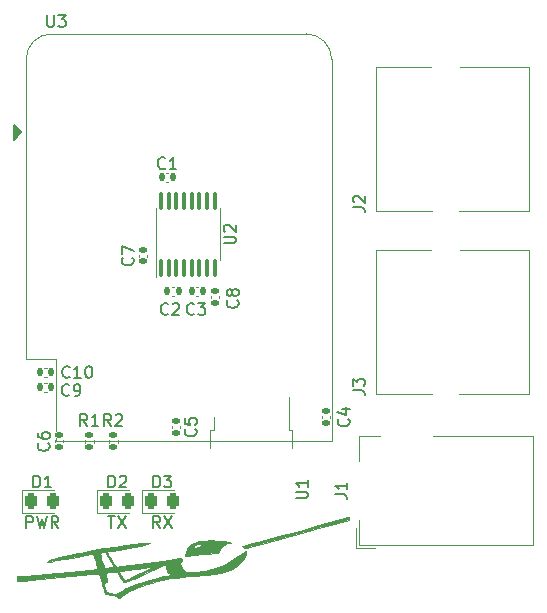
<source format=gto>
%TF.GenerationSoftware,KiCad,Pcbnew,6.0.6-3a73a75311~116~ubuntu21.10.1*%
%TF.CreationDate,2022-12-30T19:01:54+10:00*%
%TF.ProjectId,SkyEcho2FlarmHat,536b7945-6368-46f3-9246-6c61726d4861,rev?*%
%TF.SameCoordinates,Original*%
%TF.FileFunction,Legend,Top*%
%TF.FilePolarity,Positive*%
%FSLAX46Y46*%
G04 Gerber Fmt 4.6, Leading zero omitted, Abs format (unit mm)*
G04 Created by KiCad (PCBNEW 6.0.6-3a73a75311~116~ubuntu21.10.1) date 2022-12-30 19:01:54*
%MOMM*%
%LPD*%
G01*
G04 APERTURE LIST*
G04 Aperture macros list*
%AMRoundRect*
0 Rectangle with rounded corners*
0 $1 Rounding radius*
0 $2 $3 $4 $5 $6 $7 $8 $9 X,Y pos of 4 corners*
0 Add a 4 corners polygon primitive as box body*
4,1,4,$2,$3,$4,$5,$6,$7,$8,$9,$2,$3,0*
0 Add four circle primitives for the rounded corners*
1,1,$1+$1,$2,$3*
1,1,$1+$1,$4,$5*
1,1,$1+$1,$6,$7*
1,1,$1+$1,$8,$9*
0 Add four rect primitives between the rounded corners*
20,1,$1+$1,$2,$3,$4,$5,0*
20,1,$1+$1,$4,$5,$6,$7,0*
20,1,$1+$1,$6,$7,$8,$9,0*
20,1,$1+$1,$8,$9,$2,$3,0*%
G04 Aperture macros list end*
%ADD10C,0.020000*%
%ADD11C,0.150000*%
%ADD12C,0.120000*%
%ADD13R,2.000000X4.600000*%
%ADD14O,2.000000X4.200000*%
%ADD15O,4.200000X2.000000*%
%ADD16RoundRect,0.140000X-0.170000X0.140000X-0.170000X-0.140000X0.170000X-0.140000X0.170000X0.140000X0*%
%ADD17C,1.700000*%
%ADD18C,2.360000*%
%ADD19RoundRect,0.140000X-0.140000X-0.170000X0.140000X-0.170000X0.140000X0.170000X-0.140000X0.170000X0*%
%ADD20RoundRect,0.135000X0.185000X-0.135000X0.185000X0.135000X-0.185000X0.135000X-0.185000X-0.135000X0*%
%ADD21RoundRect,0.140000X0.170000X-0.140000X0.170000X0.140000X-0.170000X0.140000X-0.170000X-0.140000X0*%
%ADD22RoundRect,0.100000X0.100000X-0.637500X0.100000X0.637500X-0.100000X0.637500X-0.100000X-0.637500X0*%
%ADD23R,2.000000X2.000000*%
%ADD24O,2.000000X1.600000*%
%ADD25RoundRect,0.243750X-0.243750X-0.456250X0.243750X-0.456250X0.243750X0.456250X-0.243750X0.456250X0*%
%ADD26R,1.200000X2.200000*%
%ADD27R,5.800000X6.400000*%
G04 APERTURE END LIST*
D10*
G36*
X101206824Y-69389423D02*
G01*
X101210022Y-69389750D01*
X101213107Y-69390296D01*
X101216080Y-69391064D01*
X101218941Y-69392053D01*
X101221692Y-69393266D01*
X101224332Y-69394702D01*
X101226862Y-69396364D01*
X101229282Y-69398253D01*
X101231594Y-69400370D01*
X101233797Y-69402715D01*
X101235893Y-69405291D01*
X101237881Y-69408098D01*
X101239762Y-69411138D01*
X101241537Y-69414412D01*
X101243206Y-69417920D01*
X101244770Y-69421665D01*
X101246229Y-69425647D01*
X101247584Y-69429867D01*
X101248835Y-69434327D01*
X101249983Y-69439028D01*
X101251029Y-69443972D01*
X101251972Y-69449158D01*
X101252814Y-69454589D01*
X101253555Y-69460265D01*
X101254196Y-69466188D01*
X101254736Y-69472359D01*
X101255177Y-69478779D01*
X101255519Y-69485450D01*
X101255763Y-69492372D01*
X101255957Y-69506976D01*
X101255957Y-69624638D01*
X100347556Y-69881058D01*
X98962903Y-70272486D01*
X96958516Y-70823860D01*
X93556943Y-71750387D01*
X92808100Y-71951040D01*
X92574169Y-72011722D01*
X92480971Y-72033585D01*
X92477554Y-72033022D01*
X92472890Y-72031683D01*
X92467061Y-72029608D01*
X92460146Y-72026838D01*
X92452228Y-72023414D01*
X92443389Y-72019377D01*
X92423271Y-72009624D01*
X92400442Y-71997906D01*
X92375554Y-71984547D01*
X92349259Y-71969873D01*
X92322206Y-71954210D01*
X92295697Y-71938219D01*
X92270957Y-71922605D01*
X92248530Y-71907759D01*
X92228957Y-71894073D01*
X92212780Y-71881939D01*
X92200541Y-71871747D01*
X92196068Y-71867502D01*
X92192783Y-71863889D01*
X92190753Y-71860959D01*
X92190230Y-71859764D01*
X92190047Y-71858758D01*
X92196935Y-71855150D01*
X92217185Y-71848090D01*
X92295040Y-71824364D01*
X92581059Y-71743757D01*
X93004419Y-71628970D01*
X93521437Y-71492035D01*
X95318044Y-71015924D01*
X97060584Y-70544013D01*
X98713740Y-70085973D01*
X100242194Y-69651478D01*
X100599231Y-69549684D01*
X100899493Y-69466325D01*
X101111435Y-69410000D01*
X101174428Y-69394665D01*
X101203513Y-69389314D01*
X101206824Y-69389423D01*
G37*
X101206824Y-69389423D02*
X101210022Y-69389750D01*
X101213107Y-69390296D01*
X101216080Y-69391064D01*
X101218941Y-69392053D01*
X101221692Y-69393266D01*
X101224332Y-69394702D01*
X101226862Y-69396364D01*
X101229282Y-69398253D01*
X101231594Y-69400370D01*
X101233797Y-69402715D01*
X101235893Y-69405291D01*
X101237881Y-69408098D01*
X101239762Y-69411138D01*
X101241537Y-69414412D01*
X101243206Y-69417920D01*
X101244770Y-69421665D01*
X101246229Y-69425647D01*
X101247584Y-69429867D01*
X101248835Y-69434327D01*
X101249983Y-69439028D01*
X101251029Y-69443972D01*
X101251972Y-69449158D01*
X101252814Y-69454589D01*
X101253555Y-69460265D01*
X101254196Y-69466188D01*
X101254736Y-69472359D01*
X101255177Y-69478779D01*
X101255519Y-69485450D01*
X101255763Y-69492372D01*
X101255957Y-69506976D01*
X101255957Y-69624638D01*
X100347556Y-69881058D01*
X98962903Y-70272486D01*
X96958516Y-70823860D01*
X93556943Y-71750387D01*
X92808100Y-71951040D01*
X92574169Y-72011722D01*
X92480971Y-72033585D01*
X92477554Y-72033022D01*
X92472890Y-72031683D01*
X92467061Y-72029608D01*
X92460146Y-72026838D01*
X92452228Y-72023414D01*
X92443389Y-72019377D01*
X92423271Y-72009624D01*
X92400442Y-71997906D01*
X92375554Y-71984547D01*
X92349259Y-71969873D01*
X92322206Y-71954210D01*
X92295697Y-71938219D01*
X92270957Y-71922605D01*
X92248530Y-71907759D01*
X92228957Y-71894073D01*
X92212780Y-71881939D01*
X92200541Y-71871747D01*
X92196068Y-71867502D01*
X92192783Y-71863889D01*
X92190753Y-71860959D01*
X92190230Y-71859764D01*
X92190047Y-71858758D01*
X92196935Y-71855150D01*
X92217185Y-71848090D01*
X92295040Y-71824364D01*
X92581059Y-71743757D01*
X93004419Y-71628970D01*
X93521437Y-71492035D01*
X95318044Y-71015924D01*
X97060584Y-70544013D01*
X98713740Y-70085973D01*
X100242194Y-69651478D01*
X100599231Y-69549684D01*
X100899493Y-69466325D01*
X101111435Y-69410000D01*
X101174428Y-69394665D01*
X101203513Y-69389314D01*
X101206824Y-69389423D01*
G36*
X87767838Y-71813449D02*
G01*
X87798884Y-71787186D01*
X87831176Y-71761640D01*
X87864698Y-71736819D01*
X87899435Y-71712733D01*
X87935370Y-71689389D01*
X87972489Y-71666799D01*
X88010775Y-71644969D01*
X88050215Y-71623911D01*
X88132489Y-71584143D01*
X88219187Y-71547568D01*
X88310186Y-71514258D01*
X88405361Y-71484287D01*
X88504589Y-71457728D01*
X88607745Y-71434653D01*
X88714707Y-71415135D01*
X88802447Y-71402891D01*
X88901508Y-71392726D01*
X89128480Y-71378532D01*
X89385388Y-71372356D01*
X89662000Y-71374000D01*
X89948082Y-71383264D01*
X90233401Y-71399951D01*
X90507724Y-71423861D01*
X90760817Y-71454798D01*
X90903392Y-71476836D01*
X91023938Y-71498490D01*
X91119999Y-71518982D01*
X91158080Y-71528551D01*
X91189120Y-71537538D01*
X91212811Y-71545848D01*
X91228847Y-71553382D01*
X91236920Y-71560044D01*
X91237875Y-71563018D01*
X91236724Y-71565738D01*
X91233429Y-71568191D01*
X91227951Y-71570365D01*
X91210296Y-71573829D01*
X91183451Y-71576033D01*
X91147109Y-71576880D01*
X91122147Y-71577820D01*
X91096338Y-71580446D01*
X91069745Y-71584714D01*
X91042429Y-71590581D01*
X90985877Y-71606934D01*
X90927180Y-71629150D01*
X90866834Y-71656877D01*
X90805335Y-71689761D01*
X90743181Y-71727450D01*
X90680869Y-71769589D01*
X90618894Y-71815826D01*
X90557754Y-71865808D01*
X90497946Y-71919181D01*
X90439965Y-71975592D01*
X90384310Y-72034688D01*
X90331476Y-72096116D01*
X90281961Y-72159522D01*
X90236261Y-72224553D01*
X90115093Y-72407102D01*
X88938648Y-72540803D01*
X88027816Y-72643690D01*
X87557692Y-72692899D01*
X87442344Y-72701453D01*
X87382511Y-72701482D01*
X87367719Y-72698810D01*
X87359973Y-72694619D01*
X87356510Y-72682494D01*
X87356513Y-72682494D01*
X87357785Y-72663952D01*
X87361443Y-72639466D01*
X87367247Y-72609823D01*
X87374959Y-72575811D01*
X87395148Y-72497830D01*
X87420099Y-72411819D01*
X87447900Y-72324078D01*
X87476638Y-72240903D01*
X87504401Y-72168593D01*
X87517319Y-72138480D01*
X87529277Y-72113446D01*
X87547018Y-72080525D01*
X87566159Y-72048229D01*
X87586685Y-72016567D01*
X87608580Y-71985548D01*
X87631828Y-71955181D01*
X87656416Y-71925475D01*
X87682326Y-71896440D01*
X87709543Y-71868085D01*
X87717391Y-71860468D01*
X88083213Y-71860468D01*
X88083569Y-71875983D01*
X88085513Y-71893045D01*
X88088753Y-71911899D01*
X88091709Y-71923956D01*
X88095783Y-71935176D01*
X88100939Y-71945559D01*
X88107143Y-71955109D01*
X88114358Y-71963826D01*
X88122549Y-71971712D01*
X88131680Y-71978768D01*
X88141716Y-71984997D01*
X88152622Y-71990399D01*
X88164361Y-71994977D01*
X88176899Y-71998732D01*
X88190199Y-72001666D01*
X88204227Y-72003780D01*
X88218946Y-72005076D01*
X88234322Y-72005556D01*
X88250318Y-72005221D01*
X88266900Y-72004072D01*
X88284031Y-72002112D01*
X88301676Y-71999342D01*
X88319800Y-71995763D01*
X88338367Y-71991378D01*
X88357342Y-71986188D01*
X88376688Y-71980194D01*
X88396371Y-71973398D01*
X88416355Y-71965802D01*
X88436605Y-71957408D01*
X88457084Y-71948216D01*
X88477758Y-71938229D01*
X88498591Y-71927448D01*
X88519547Y-71915875D01*
X88540591Y-71903511D01*
X88561687Y-71890358D01*
X88561688Y-71890358D01*
X88595947Y-71867895D01*
X88627864Y-71846040D01*
X88656743Y-71825336D01*
X88681889Y-71806325D01*
X88702607Y-71789550D01*
X88711088Y-71782170D01*
X88718201Y-71775553D01*
X88723860Y-71769767D01*
X88727976Y-71764878D01*
X88730464Y-71760956D01*
X88731070Y-71759378D01*
X88731236Y-71758067D01*
X88731069Y-71756819D01*
X88730685Y-71755427D01*
X88730089Y-71753898D01*
X88729287Y-71752235D01*
X88728285Y-71750446D01*
X88727088Y-71748535D01*
X88724132Y-71744369D01*
X88720461Y-71739781D01*
X88716121Y-71734813D01*
X88711155Y-71729510D01*
X88705607Y-71723914D01*
X88699522Y-71718068D01*
X88692942Y-71712017D01*
X88685912Y-71705802D01*
X88678476Y-71699467D01*
X88670677Y-71693055D01*
X88662560Y-71686610D01*
X88654169Y-71680175D01*
X88645548Y-71673792D01*
X88631102Y-71663450D01*
X88617898Y-71654522D01*
X88611645Y-71650594D01*
X88605564Y-71647027D01*
X88599607Y-71643823D01*
X88593728Y-71640985D01*
X88587882Y-71638514D01*
X88582021Y-71636414D01*
X88576100Y-71634687D01*
X88570071Y-71633335D01*
X88563890Y-71632360D01*
X88557508Y-71631766D01*
X88550880Y-71631553D01*
X88543960Y-71631726D01*
X88536700Y-71632285D01*
X88529056Y-71633234D01*
X88520980Y-71634574D01*
X88512425Y-71636309D01*
X88503347Y-71638441D01*
X88493698Y-71640972D01*
X88483431Y-71643904D01*
X88472501Y-71647240D01*
X88448466Y-71655132D01*
X88421220Y-71664669D01*
X88390393Y-71675869D01*
X88355614Y-71688752D01*
X88267397Y-71722267D01*
X88231061Y-71736839D01*
X88199517Y-71750278D01*
X88172474Y-71762828D01*
X88149641Y-71774733D01*
X88130727Y-71786237D01*
X88115440Y-71797582D01*
X88109065Y-71803272D01*
X88103488Y-71809013D01*
X88098673Y-71814837D01*
X88094581Y-71820774D01*
X88091178Y-71826854D01*
X88088427Y-71833107D01*
X88086292Y-71839565D01*
X88084735Y-71846258D01*
X88083213Y-71860468D01*
X87717391Y-71860468D01*
X87738052Y-71840418D01*
X87767838Y-71813449D01*
G37*
X87767838Y-71813449D02*
X87798884Y-71787186D01*
X87831176Y-71761640D01*
X87864698Y-71736819D01*
X87899435Y-71712733D01*
X87935370Y-71689389D01*
X87972489Y-71666799D01*
X88010775Y-71644969D01*
X88050215Y-71623911D01*
X88132489Y-71584143D01*
X88219187Y-71547568D01*
X88310186Y-71514258D01*
X88405361Y-71484287D01*
X88504589Y-71457728D01*
X88607745Y-71434653D01*
X88714707Y-71415135D01*
X88802447Y-71402891D01*
X88901508Y-71392726D01*
X89128480Y-71378532D01*
X89385388Y-71372356D01*
X89662000Y-71374000D01*
X89948082Y-71383264D01*
X90233401Y-71399951D01*
X90507724Y-71423861D01*
X90760817Y-71454798D01*
X90903392Y-71476836D01*
X91023938Y-71498490D01*
X91119999Y-71518982D01*
X91158080Y-71528551D01*
X91189120Y-71537538D01*
X91212811Y-71545848D01*
X91228847Y-71553382D01*
X91236920Y-71560044D01*
X91237875Y-71563018D01*
X91236724Y-71565738D01*
X91233429Y-71568191D01*
X91227951Y-71570365D01*
X91210296Y-71573829D01*
X91183451Y-71576033D01*
X91147109Y-71576880D01*
X91122147Y-71577820D01*
X91096338Y-71580446D01*
X91069745Y-71584714D01*
X91042429Y-71590581D01*
X90985877Y-71606934D01*
X90927180Y-71629150D01*
X90866834Y-71656877D01*
X90805335Y-71689761D01*
X90743181Y-71727450D01*
X90680869Y-71769589D01*
X90618894Y-71815826D01*
X90557754Y-71865808D01*
X90497946Y-71919181D01*
X90439965Y-71975592D01*
X90384310Y-72034688D01*
X90331476Y-72096116D01*
X90281961Y-72159522D01*
X90236261Y-72224553D01*
X90115093Y-72407102D01*
X88938648Y-72540803D01*
X88027816Y-72643690D01*
X87557692Y-72692899D01*
X87442344Y-72701453D01*
X87382511Y-72701482D01*
X87367719Y-72698810D01*
X87359973Y-72694619D01*
X87356510Y-72682494D01*
X87356513Y-72682494D01*
X87357785Y-72663952D01*
X87361443Y-72639466D01*
X87367247Y-72609823D01*
X87374959Y-72575811D01*
X87395148Y-72497830D01*
X87420099Y-72411819D01*
X87447900Y-72324078D01*
X87476638Y-72240903D01*
X87504401Y-72168593D01*
X87517319Y-72138480D01*
X87529277Y-72113446D01*
X87547018Y-72080525D01*
X87566159Y-72048229D01*
X87586685Y-72016567D01*
X87608580Y-71985548D01*
X87631828Y-71955181D01*
X87656416Y-71925475D01*
X87682326Y-71896440D01*
X87709543Y-71868085D01*
X87717391Y-71860468D01*
X88083213Y-71860468D01*
X88083569Y-71875983D01*
X88085513Y-71893045D01*
X88088753Y-71911899D01*
X88091709Y-71923956D01*
X88095783Y-71935176D01*
X88100939Y-71945559D01*
X88107143Y-71955109D01*
X88114358Y-71963826D01*
X88122549Y-71971712D01*
X88131680Y-71978768D01*
X88141716Y-71984997D01*
X88152622Y-71990399D01*
X88164361Y-71994977D01*
X88176899Y-71998732D01*
X88190199Y-72001666D01*
X88204227Y-72003780D01*
X88218946Y-72005076D01*
X88234322Y-72005556D01*
X88250318Y-72005221D01*
X88266900Y-72004072D01*
X88284031Y-72002112D01*
X88301676Y-71999342D01*
X88319800Y-71995763D01*
X88338367Y-71991378D01*
X88357342Y-71986188D01*
X88376688Y-71980194D01*
X88396371Y-71973398D01*
X88416355Y-71965802D01*
X88436605Y-71957408D01*
X88457084Y-71948216D01*
X88477758Y-71938229D01*
X88498591Y-71927448D01*
X88519547Y-71915875D01*
X88540591Y-71903511D01*
X88561687Y-71890358D01*
X88561688Y-71890358D01*
X88595947Y-71867895D01*
X88627864Y-71846040D01*
X88656743Y-71825336D01*
X88681889Y-71806325D01*
X88702607Y-71789550D01*
X88711088Y-71782170D01*
X88718201Y-71775553D01*
X88723860Y-71769767D01*
X88727976Y-71764878D01*
X88730464Y-71760956D01*
X88731070Y-71759378D01*
X88731236Y-71758067D01*
X88731069Y-71756819D01*
X88730685Y-71755427D01*
X88730089Y-71753898D01*
X88729287Y-71752235D01*
X88728285Y-71750446D01*
X88727088Y-71748535D01*
X88724132Y-71744369D01*
X88720461Y-71739781D01*
X88716121Y-71734813D01*
X88711155Y-71729510D01*
X88705607Y-71723914D01*
X88699522Y-71718068D01*
X88692942Y-71712017D01*
X88685912Y-71705802D01*
X88678476Y-71699467D01*
X88670677Y-71693055D01*
X88662560Y-71686610D01*
X88654169Y-71680175D01*
X88645548Y-71673792D01*
X88631102Y-71663450D01*
X88617898Y-71654522D01*
X88611645Y-71650594D01*
X88605564Y-71647027D01*
X88599607Y-71643823D01*
X88593728Y-71640985D01*
X88587882Y-71638514D01*
X88582021Y-71636414D01*
X88576100Y-71634687D01*
X88570071Y-71633335D01*
X88563890Y-71632360D01*
X88557508Y-71631766D01*
X88550880Y-71631553D01*
X88543960Y-71631726D01*
X88536700Y-71632285D01*
X88529056Y-71633234D01*
X88520980Y-71634574D01*
X88512425Y-71636309D01*
X88503347Y-71638441D01*
X88493698Y-71640972D01*
X88483431Y-71643904D01*
X88472501Y-71647240D01*
X88448466Y-71655132D01*
X88421220Y-71664669D01*
X88390393Y-71675869D01*
X88355614Y-71688752D01*
X88267397Y-71722267D01*
X88231061Y-71736839D01*
X88199517Y-71750278D01*
X88172474Y-71762828D01*
X88149641Y-71774733D01*
X88130727Y-71786237D01*
X88115440Y-71797582D01*
X88109065Y-71803272D01*
X88103488Y-71809013D01*
X88098673Y-71814837D01*
X88094581Y-71820774D01*
X88091178Y-71826854D01*
X88088427Y-71833107D01*
X88086292Y-71839565D01*
X88084735Y-71846258D01*
X88083213Y-71860468D01*
X87717391Y-71860468D01*
X87738052Y-71840418D01*
X87767838Y-71813449D01*
G36*
X80124579Y-74352557D02*
G01*
X80072516Y-74194339D01*
X80068055Y-74193650D01*
X80056942Y-74193704D01*
X80016144Y-74195919D01*
X79952895Y-74200735D01*
X79869965Y-74207902D01*
X79656148Y-74228295D01*
X79396863Y-74255103D01*
X78620962Y-74331878D01*
X77690402Y-74416550D01*
X75891236Y-74576082D01*
X75106856Y-74645702D01*
X74286097Y-74715858D01*
X73638915Y-74771889D01*
X73403732Y-74793771D01*
X73271861Y-74807553D01*
X73104291Y-74828712D01*
X73104291Y-74635148D01*
X73104992Y-74585682D01*
X73105892Y-74563798D01*
X73107182Y-74543726D01*
X73108877Y-74525402D01*
X73110994Y-74508760D01*
X73113550Y-74493736D01*
X73116562Y-74480264D01*
X73120045Y-74468279D01*
X73124017Y-74457717D01*
X73128494Y-74448512D01*
X73133492Y-74440600D01*
X73139029Y-74433916D01*
X73145121Y-74428394D01*
X73151783Y-74423969D01*
X73159034Y-74420577D01*
X73168308Y-74418155D01*
X73184574Y-74415246D01*
X73236515Y-74408126D01*
X73311708Y-74399524D01*
X73407008Y-74389752D01*
X73645337Y-74367931D01*
X73926326Y-74345139D01*
X76533372Y-74133195D01*
X77653300Y-74034001D01*
X78431235Y-73958187D01*
X79288832Y-73864773D01*
X79557637Y-73833535D01*
X79741329Y-73809489D01*
X79856068Y-73790292D01*
X79918015Y-73773602D01*
X79934242Y-73765465D01*
X79943332Y-73757077D01*
X79947305Y-73748145D01*
X79948180Y-73738377D01*
X79944582Y-73711753D01*
X79934379Y-73664942D01*
X79897690Y-73522601D01*
X79845188Y-73335050D01*
X79783944Y-73125986D01*
X79721033Y-72919104D01*
X79663526Y-72738099D01*
X79618496Y-72606669D01*
X79602871Y-72566949D01*
X79593018Y-72548508D01*
X79545577Y-72547244D01*
X79426760Y-72559688D01*
X79013960Y-72618909D01*
X77760476Y-72827158D01*
X76456038Y-73064617D01*
X75979547Y-73160351D01*
X75724121Y-73222649D01*
X75720937Y-73223640D01*
X75718121Y-73224294D01*
X75715669Y-73224614D01*
X75713578Y-73224606D01*
X75712667Y-73224481D01*
X75711845Y-73224276D01*
X75711112Y-73223991D01*
X75710468Y-73223628D01*
X75709911Y-73223187D01*
X75709442Y-73222669D01*
X75709060Y-73222074D01*
X75708765Y-73221403D01*
X75708556Y-73220657D01*
X75708433Y-73219836D01*
X75708443Y-73217973D01*
X75708793Y-73215820D01*
X75709478Y-73213382D01*
X75710497Y-73210664D01*
X75711845Y-73207672D01*
X75713519Y-73204410D01*
X75715517Y-73200885D01*
X75717835Y-73197102D01*
X75720470Y-73193066D01*
X75723419Y-73188782D01*
X75726679Y-73184256D01*
X75730246Y-73179493D01*
X75734118Y-73174498D01*
X75742761Y-73163836D01*
X75752584Y-73152312D01*
X75763562Y-73139968D01*
X75775668Y-73126848D01*
X75788878Y-73112995D01*
X75811088Y-73090379D01*
X75821684Y-73079997D01*
X75832140Y-73070164D01*
X75842609Y-73060828D01*
X75853239Y-73051938D01*
X75864182Y-73043443D01*
X75875588Y-73035292D01*
X75887608Y-73027432D01*
X75900392Y-73019814D01*
X75914091Y-73012385D01*
X75928854Y-73005094D01*
X75944834Y-72997891D01*
X75962179Y-72990723D01*
X75981041Y-72983539D01*
X76001570Y-72976288D01*
X76023917Y-72968918D01*
X76048232Y-72961379D01*
X76074666Y-72953619D01*
X76103369Y-72945587D01*
X76168185Y-72928500D01*
X76243884Y-72909707D01*
X76331669Y-72888799D01*
X76432746Y-72865365D01*
X76679588Y-72809274D01*
X77624000Y-72603344D01*
X78339739Y-72457579D01*
X80188789Y-72457579D01*
X80189299Y-72474779D01*
X80191130Y-72495305D01*
X80194297Y-72519237D01*
X80198817Y-72546659D01*
X80204701Y-72577652D01*
X80211967Y-72612299D01*
X80220628Y-72650682D01*
X80230698Y-72692883D01*
X80242193Y-72738984D01*
X80255127Y-72789068D01*
X80269514Y-72843216D01*
X80285370Y-72901511D01*
X80422800Y-73399590D01*
X80465519Y-73547539D01*
X80496132Y-73642735D01*
X80508124Y-73673980D01*
X80518558Y-73696155D01*
X80527925Y-73710630D01*
X80536715Y-73718779D01*
X80545417Y-73721975D01*
X80554521Y-73721588D01*
X80575895Y-73715561D01*
X80595362Y-73711348D01*
X80627775Y-73705760D01*
X80671408Y-73699036D01*
X80724530Y-73691419D01*
X80852331Y-73674466D01*
X80997349Y-73656828D01*
X81069671Y-73647924D01*
X81136665Y-73638729D01*
X81196899Y-73629507D01*
X81248942Y-73620523D01*
X81291360Y-73612041D01*
X81322721Y-73604328D01*
X81333808Y-73600841D01*
X81341593Y-73597646D01*
X81345899Y-73594775D01*
X81346690Y-73593472D01*
X81346545Y-73592262D01*
X80598908Y-72359705D01*
X80596773Y-72358236D01*
X80592811Y-72357162D01*
X80579868Y-72356122D01*
X80561009Y-72356444D01*
X80537161Y-72357987D01*
X80478212Y-72364172D01*
X80410445Y-72373547D01*
X80341284Y-72384985D01*
X80278153Y-72397356D01*
X80251169Y-72403539D01*
X80228477Y-72409533D01*
X80211004Y-72415196D01*
X80199680Y-72420387D01*
X80197207Y-72422378D01*
X80195047Y-72425108D01*
X80193204Y-72428587D01*
X80191678Y-72432826D01*
X80190472Y-72437834D01*
X80189587Y-72443622D01*
X80189026Y-72450201D01*
X80188789Y-72457579D01*
X78339739Y-72457579D01*
X78593650Y-72405869D01*
X79566147Y-72220672D01*
X80519100Y-72051577D01*
X81430115Y-71902407D01*
X82276802Y-71776985D01*
X83036769Y-71679135D01*
X83687624Y-71612679D01*
X84039176Y-71582278D01*
X84265160Y-71561224D01*
X84298819Y-71558103D01*
X84326080Y-71556541D01*
X84337284Y-71556361D01*
X84346856Y-71556590D01*
X84354786Y-71557234D01*
X84361061Y-71558301D01*
X84365673Y-71559796D01*
X84368609Y-71561726D01*
X84369446Y-71562856D01*
X84369859Y-71564098D01*
X84369849Y-71565451D01*
X84369413Y-71566917D01*
X84367259Y-71570191D01*
X84363386Y-71573926D01*
X84357784Y-71578128D01*
X84350441Y-71582804D01*
X84341348Y-71587960D01*
X84330494Y-71593603D01*
X84303455Y-71606375D01*
X84269240Y-71621172D01*
X84227762Y-71638045D01*
X84178934Y-71657047D01*
X84122669Y-71678228D01*
X84058882Y-71701642D01*
X83987485Y-71727339D01*
X83932355Y-71746410D01*
X83875511Y-71764745D01*
X83815687Y-71782593D01*
X83751619Y-71800208D01*
X83682043Y-71817840D01*
X83605695Y-71835742D01*
X83427626Y-71873360D01*
X83207297Y-71915079D01*
X82934594Y-71962910D01*
X82599404Y-72018869D01*
X82191611Y-72084969D01*
X81168253Y-72252775D01*
X80853698Y-72307068D01*
X80734316Y-72330864D01*
X80733929Y-72332138D01*
X80734222Y-72334480D01*
X80736784Y-72342254D01*
X80741875Y-72353962D01*
X80749371Y-72369384D01*
X80771066Y-72410481D01*
X80800858Y-72463769D01*
X80837737Y-72527477D01*
X80880691Y-72599828D01*
X80928710Y-72679050D01*
X80980783Y-72763369D01*
X81200321Y-73118090D01*
X81362106Y-73383522D01*
X81376040Y-73406364D01*
X81389835Y-73428051D01*
X81403452Y-73448541D01*
X81416851Y-73467790D01*
X81429995Y-73485756D01*
X81442842Y-73502396D01*
X81455355Y-73517665D01*
X81467495Y-73531523D01*
X81479222Y-73543925D01*
X81490497Y-73554828D01*
X81501281Y-73564189D01*
X81511535Y-73571966D01*
X81521220Y-73578116D01*
X81530297Y-73582595D01*
X81538726Y-73585360D01*
X81542686Y-73586087D01*
X81546469Y-73586369D01*
X81925271Y-73544918D01*
X82781973Y-73441115D01*
X84851791Y-73179166D01*
X85451180Y-73097109D01*
X86034383Y-73011297D01*
X86522478Y-72933765D01*
X86836547Y-72876545D01*
X86892766Y-72864905D01*
X86916185Y-72860581D01*
X86936870Y-72857328D01*
X86955116Y-72855199D01*
X86971216Y-72854252D01*
X86985467Y-72854540D01*
X86991990Y-72855164D01*
X86998162Y-72856118D01*
X87004018Y-72857408D01*
X87009595Y-72859042D01*
X87014931Y-72861025D01*
X87020063Y-72863366D01*
X87025026Y-72866070D01*
X87029858Y-72869145D01*
X87039276Y-72876434D01*
X87048612Y-72885289D01*
X87058159Y-72895764D01*
X87068213Y-72907915D01*
X87079068Y-72921795D01*
X87094717Y-72942756D01*
X87108060Y-72962054D01*
X87119073Y-72979814D01*
X87123698Y-72988158D01*
X87127731Y-72996165D01*
X87131170Y-73003852D01*
X87134011Y-73011234D01*
X87136251Y-73018327D01*
X87137887Y-73025147D01*
X87138915Y-73031711D01*
X87139334Y-73038033D01*
X87139139Y-73044130D01*
X87138328Y-73050018D01*
X87136897Y-73055713D01*
X87134844Y-73061231D01*
X87132165Y-73066586D01*
X87128858Y-73071797D01*
X87124919Y-73076877D01*
X87120345Y-73081844D01*
X87115133Y-73086714D01*
X87109280Y-73091501D01*
X87102784Y-73096222D01*
X87095639Y-73100893D01*
X87087845Y-73105530D01*
X87079398Y-73110148D01*
X87060530Y-73119394D01*
X87039012Y-73128758D01*
X87018859Y-73137589D01*
X87009671Y-73142037D01*
X87001068Y-73146544D01*
X86993040Y-73151138D01*
X86985582Y-73155849D01*
X86978685Y-73160704D01*
X86972344Y-73165733D01*
X86966551Y-73170962D01*
X86961299Y-73176422D01*
X86956580Y-73182139D01*
X86952388Y-73188144D01*
X86948716Y-73194463D01*
X86945556Y-73201126D01*
X86942901Y-73208161D01*
X86940745Y-73215596D01*
X86939079Y-73223460D01*
X86937898Y-73231781D01*
X86937194Y-73240588D01*
X86936960Y-73249909D01*
X86937188Y-73259772D01*
X86937872Y-73270206D01*
X86939005Y-73281240D01*
X86940579Y-73292901D01*
X86942588Y-73305218D01*
X86945023Y-73318220D01*
X86951148Y-73346391D01*
X86958897Y-73377641D01*
X86968213Y-73412198D01*
X86980489Y-73451790D01*
X86995396Y-73491923D01*
X87012761Y-73532360D01*
X87032407Y-73572862D01*
X87054160Y-73613191D01*
X87077846Y-73653107D01*
X87103289Y-73692373D01*
X87130314Y-73730750D01*
X87158746Y-73767999D01*
X87188412Y-73803883D01*
X87219135Y-73838162D01*
X87250741Y-73870598D01*
X87283055Y-73900953D01*
X87315902Y-73928988D01*
X87349107Y-73954464D01*
X87382495Y-73977144D01*
X87442831Y-74015875D01*
X87455910Y-74023848D01*
X87468647Y-74031149D01*
X87481272Y-74037786D01*
X87494014Y-74043764D01*
X87507103Y-74049090D01*
X87520769Y-74053770D01*
X87535241Y-74057810D01*
X87550751Y-74061217D01*
X87567526Y-74063998D01*
X87585798Y-74066158D01*
X87605795Y-74067704D01*
X87627748Y-74068642D01*
X87651887Y-74068979D01*
X87678441Y-74068721D01*
X87707640Y-74067875D01*
X87739714Y-74066446D01*
X87813405Y-74061867D01*
X87901354Y-74055035D01*
X88005398Y-74046001D01*
X88127375Y-74034816D01*
X88432485Y-74006197D01*
X88726194Y-73972551D01*
X89025579Y-73926712D01*
X89323607Y-73870390D01*
X89613245Y-73805298D01*
X89887459Y-73733148D01*
X90139217Y-73655651D01*
X90254477Y-73615433D01*
X90361486Y-73574520D01*
X90459364Y-73533126D01*
X90547232Y-73491465D01*
X90661250Y-73428765D01*
X90835897Y-73326474D01*
X91301517Y-73043569D01*
X91812968Y-72723652D01*
X92044902Y-72575095D01*
X92239121Y-72447623D01*
X92553256Y-72237656D01*
X92531500Y-72421346D01*
X92524355Y-72471812D01*
X92514919Y-72521906D01*
X92503196Y-72571626D01*
X92489189Y-72620968D01*
X92472902Y-72669929D01*
X92454337Y-72718504D01*
X92433499Y-72766691D01*
X92410391Y-72814486D01*
X92385016Y-72861884D01*
X92357378Y-72908884D01*
X92327479Y-72955480D01*
X92295324Y-73001670D01*
X92224258Y-73092815D01*
X92144206Y-73182291D01*
X92055197Y-73270070D01*
X91957257Y-73356122D01*
X91850413Y-73440419D01*
X91734693Y-73522932D01*
X91610124Y-73603634D01*
X91476733Y-73682494D01*
X91334548Y-73759485D01*
X91183596Y-73834578D01*
X91067177Y-73887875D01*
X90948817Y-73937298D01*
X90827156Y-73983099D01*
X90700835Y-74025530D01*
X90568494Y-74064842D01*
X90428773Y-74101287D01*
X90280315Y-74135117D01*
X90121758Y-74166583D01*
X89951744Y-74195937D01*
X89768913Y-74223431D01*
X89571906Y-74249315D01*
X89359364Y-74273843D01*
X89129926Y-74297265D01*
X88882234Y-74319833D01*
X88326650Y-74363414D01*
X87642789Y-74414809D01*
X87075369Y-74463781D01*
X86596577Y-74514650D01*
X86178603Y-74571735D01*
X85793636Y-74639355D01*
X85413865Y-74721830D01*
X85011480Y-74823478D01*
X84558668Y-74948619D01*
X84125330Y-75076924D01*
X83736262Y-75203868D01*
X83385673Y-75332021D01*
X83222999Y-75397354D01*
X83067773Y-75463952D01*
X82919272Y-75532137D01*
X82776772Y-75602231D01*
X82639549Y-75674553D01*
X82506880Y-75749426D01*
X82378040Y-75827171D01*
X82252306Y-75908108D01*
X82128954Y-75992560D01*
X82007260Y-76080847D01*
X81908540Y-76153647D01*
X81825748Y-76213160D01*
X81793038Y-76236017D01*
X81767566Y-76253252D01*
X81750417Y-76264098D01*
X81745303Y-76266886D01*
X81742676Y-76267789D01*
X81741825Y-76267597D01*
X81740615Y-76267098D01*
X81737161Y-76265209D01*
X81732392Y-76262183D01*
X81726390Y-76258083D01*
X81711001Y-76246905D01*
X81691633Y-76232168D01*
X81668924Y-76214366D01*
X81643511Y-76193991D01*
X81616032Y-76171537D01*
X81587126Y-76147498D01*
X81587128Y-76147498D01*
X81563712Y-76128211D01*
X81541551Y-76110887D01*
X81520070Y-76095338D01*
X81498692Y-76081376D01*
X81487862Y-76074931D01*
X81476840Y-76068812D01*
X81465557Y-76062996D01*
X81453939Y-76057458D01*
X81441914Y-76052177D01*
X81429410Y-76047127D01*
X81416356Y-76042287D01*
X81402678Y-76037631D01*
X81373167Y-76028780D01*
X81340299Y-76020388D01*
X81303498Y-76012266D01*
X81262188Y-76004226D01*
X81215792Y-75996080D01*
X81163733Y-75987640D01*
X81040322Y-75969125D01*
X80958333Y-75956474D01*
X80880321Y-75943037D01*
X80808101Y-75929225D01*
X80743491Y-75915450D01*
X80688305Y-75902122D01*
X80644362Y-75889652D01*
X80627174Y-75883867D01*
X80613477Y-75878452D01*
X80603500Y-75873456D01*
X80597467Y-75868931D01*
X80593119Y-75863247D01*
X80588083Y-75854850D01*
X80582419Y-75843905D01*
X80576189Y-75830578D01*
X80569451Y-75815036D01*
X80562268Y-75797443D01*
X80546808Y-75756773D01*
X80530291Y-75709895D01*
X80513203Y-75658136D01*
X80496030Y-75602823D01*
X80479254Y-75545285D01*
X80368278Y-75161984D01*
X80300080Y-74932932D01*
X80505365Y-74932932D01*
X80528457Y-75097998D01*
X80543832Y-75193143D01*
X80562927Y-75287199D01*
X80585049Y-75377930D01*
X80609501Y-75463100D01*
X80635588Y-75540470D01*
X80649027Y-75575532D01*
X80662614Y-75607806D01*
X80676262Y-75637011D01*
X80689884Y-75662869D01*
X80703393Y-75685100D01*
X80716703Y-75703424D01*
X80724711Y-75712569D01*
X80733786Y-75721558D01*
X80743896Y-75730384D01*
X80755012Y-75739037D01*
X80780140Y-75755794D01*
X80808932Y-75771763D01*
X80841148Y-75786880D01*
X80876548Y-75801078D01*
X80914892Y-75814291D01*
X80955940Y-75826453D01*
X80999453Y-75837499D01*
X81045192Y-75847363D01*
X81092917Y-75855980D01*
X81142387Y-75863283D01*
X81193364Y-75869206D01*
X81245608Y-75873685D01*
X81298878Y-75876653D01*
X81352936Y-75878044D01*
X81419175Y-75877936D01*
X81448116Y-75877081D01*
X81474717Y-75875567D01*
X81499313Y-75873302D01*
X81522240Y-75870193D01*
X81543831Y-75866145D01*
X81564422Y-75861066D01*
X81584347Y-75854863D01*
X81603941Y-75847441D01*
X81623538Y-75838710D01*
X81643474Y-75828574D01*
X81664082Y-75816940D01*
X81685699Y-75803717D01*
X81708658Y-75788809D01*
X81733294Y-75772125D01*
X81733293Y-75772125D01*
X81733293Y-75772124D01*
X81782217Y-75740400D01*
X81843215Y-75704051D01*
X81996049Y-75620045D01*
X82181030Y-75525231D01*
X82387394Y-75424733D01*
X82604375Y-75323677D01*
X82821209Y-75227189D01*
X83027130Y-75140392D01*
X83211374Y-75068413D01*
X83513140Y-74966052D01*
X83897940Y-74849152D01*
X84332227Y-74726392D01*
X84782453Y-74606450D01*
X85215072Y-74498004D01*
X85596536Y-74409733D01*
X85893300Y-74350316D01*
X85999435Y-74334139D01*
X86071814Y-74328430D01*
X86101378Y-74327933D01*
X86126984Y-74326540D01*
X86138304Y-74325491D01*
X86148634Y-74324198D01*
X86157974Y-74322655D01*
X86166325Y-74320856D01*
X86173687Y-74318794D01*
X86180058Y-74316463D01*
X86185439Y-74313856D01*
X86189831Y-74310967D01*
X86193232Y-74307789D01*
X86195643Y-74304315D01*
X86197064Y-74300540D01*
X86197494Y-74296457D01*
X86196934Y-74292060D01*
X86195383Y-74287341D01*
X86192842Y-74282295D01*
X86189309Y-74276915D01*
X86184786Y-74271194D01*
X86179272Y-74265126D01*
X86172766Y-74258706D01*
X86165270Y-74251925D01*
X86156782Y-74244778D01*
X86147303Y-74237258D01*
X86125369Y-74221074D01*
X86099469Y-74203322D01*
X86069602Y-74183950D01*
X86049521Y-74170820D01*
X86030161Y-74157356D01*
X86011521Y-74143553D01*
X85993597Y-74129409D01*
X85976389Y-74114920D01*
X85959895Y-74100083D01*
X85944114Y-74084894D01*
X85929043Y-74069350D01*
X85914682Y-74053448D01*
X85901028Y-74037184D01*
X85888079Y-74020555D01*
X85875835Y-74003558D01*
X85864294Y-73986188D01*
X85853453Y-73968444D01*
X85843312Y-73950320D01*
X85833868Y-73931815D01*
X85825120Y-73912924D01*
X85817066Y-73893645D01*
X85809706Y-73873973D01*
X85803036Y-73853906D01*
X85797056Y-73833440D01*
X85791763Y-73812572D01*
X85787156Y-73791298D01*
X85783234Y-73769615D01*
X85779995Y-73747520D01*
X85777437Y-73725009D01*
X85775559Y-73702078D01*
X85774358Y-73678726D01*
X85773834Y-73654947D01*
X85773984Y-73630739D01*
X85776302Y-73581021D01*
X85780685Y-73516332D01*
X85782093Y-73489925D01*
X85782885Y-73467177D01*
X85782988Y-73447862D01*
X85782332Y-73431755D01*
X85780846Y-73418631D01*
X85778459Y-73408264D01*
X85776905Y-73404043D01*
X85775099Y-73400428D01*
X85773032Y-73397389D01*
X85770695Y-73394899D01*
X85768079Y-73392929D01*
X85765176Y-73391452D01*
X85761977Y-73390438D01*
X85758471Y-73389860D01*
X85750509Y-73389899D01*
X85741219Y-73391343D01*
X85730529Y-73393968D01*
X85718369Y-73397547D01*
X85590421Y-73446579D01*
X85356399Y-73545083D01*
X84676321Y-73843244D01*
X83890518Y-74197506D01*
X83211374Y-74513340D01*
X83034086Y-74597066D01*
X82869968Y-74672663D01*
X82721137Y-74739239D01*
X82589710Y-74795904D01*
X82477803Y-74841764D01*
X82387534Y-74875928D01*
X82321020Y-74897503D01*
X82297333Y-74903292D01*
X82280378Y-74905599D01*
X82259705Y-74906160D01*
X82250129Y-74906108D01*
X82240970Y-74905733D01*
X82232161Y-74904963D01*
X82223635Y-74903720D01*
X82215325Y-74901931D01*
X82207164Y-74899521D01*
X82199084Y-74896414D01*
X82191018Y-74892536D01*
X82182899Y-74887812D01*
X82174660Y-74882167D01*
X82166234Y-74875526D01*
X82157554Y-74867814D01*
X82148552Y-74858957D01*
X82139161Y-74848879D01*
X82129314Y-74837505D01*
X82118944Y-74824761D01*
X82107983Y-74810571D01*
X82096365Y-74794861D01*
X82084023Y-74777556D01*
X82070888Y-74758581D01*
X82041975Y-74715320D01*
X82009089Y-74664481D01*
X81971691Y-74605463D01*
X81881214Y-74460495D01*
X81792912Y-74319191D01*
X81723501Y-74211003D01*
X81694682Y-74167957D01*
X81669150Y-74131546D01*
X81646426Y-74101223D01*
X81626031Y-74076439D01*
X81607487Y-74056646D01*
X81590315Y-74041296D01*
X81574037Y-74029841D01*
X81564480Y-74024957D01*
X81777033Y-74024957D01*
X81779855Y-74035315D01*
X81793992Y-74059888D01*
X81824714Y-74108218D01*
X81872809Y-74184893D01*
X81994772Y-74381119D01*
X82058459Y-74482940D01*
X82111775Y-74565224D01*
X82156223Y-74629808D01*
X82175592Y-74656037D01*
X82193309Y-74678530D01*
X82209561Y-74697516D01*
X82224536Y-74713226D01*
X82238423Y-74725888D01*
X82251410Y-74735734D01*
X82263685Y-74742991D01*
X82275435Y-74747891D01*
X82286850Y-74750663D01*
X82298117Y-74751535D01*
X82307518Y-74749228D01*
X82325918Y-74742457D01*
X82387754Y-74716439D01*
X82479706Y-74675304D01*
X82597852Y-74620878D01*
X82897044Y-74479449D01*
X83253968Y-74306746D01*
X83253970Y-74306745D01*
X83983190Y-73951662D01*
X84458682Y-73722549D01*
X84517646Y-73694326D01*
X84572158Y-73667574D01*
X84621060Y-73642909D01*
X84663194Y-73620945D01*
X84697403Y-73602299D01*
X84722529Y-73587586D01*
X84737415Y-73577423D01*
X84740657Y-73574240D01*
X84741163Y-73573156D01*
X84740904Y-73572425D01*
X84735595Y-73571927D01*
X84722535Y-73572609D01*
X84674777Y-73577300D01*
X84600864Y-73586073D01*
X84504032Y-73598500D01*
X84254549Y-73632616D01*
X83952207Y-73676243D01*
X83194018Y-73785749D01*
X82460997Y-73888191D01*
X82050767Y-73945426D01*
X81925600Y-73965554D01*
X81879665Y-73974356D01*
X81843556Y-73982643D01*
X81816321Y-73990661D01*
X81797005Y-73998656D01*
X81784655Y-74006874D01*
X81778315Y-74015559D01*
X81777033Y-74024957D01*
X81564480Y-74024957D01*
X81558173Y-74021734D01*
X81542245Y-74016426D01*
X81525775Y-74013370D01*
X81508284Y-74012017D01*
X81489293Y-74011820D01*
X81414357Y-74016248D01*
X81301123Y-74027241D01*
X81018127Y-74061270D01*
X80877549Y-74080477D01*
X80757041Y-74098596D01*
X80671194Y-74113712D01*
X80645828Y-74119546D01*
X80634600Y-74123912D01*
X80634024Y-74125014D01*
X80633680Y-74126919D01*
X80633671Y-74133056D01*
X80634534Y-74142153D01*
X80636231Y-74154041D01*
X80641979Y-74185517D01*
X80650614Y-74226134D01*
X80661834Y-74274543D01*
X80675339Y-74329393D01*
X80690828Y-74389335D01*
X80708000Y-74453019D01*
X80741721Y-74578642D01*
X80769335Y-74687340D01*
X80787994Y-74767482D01*
X80793074Y-74793211D01*
X80794847Y-74807440D01*
X80794657Y-74809483D01*
X80794096Y-74811613D01*
X80793171Y-74813824D01*
X80791892Y-74816111D01*
X80790269Y-74818469D01*
X80788311Y-74820892D01*
X80786027Y-74823374D01*
X80783426Y-74825912D01*
X80780517Y-74828499D01*
X80777311Y-74831131D01*
X80773815Y-74833801D01*
X80770040Y-74836505D01*
X80761688Y-74841994D01*
X80752329Y-74847554D01*
X80742037Y-74853144D01*
X80730887Y-74858721D01*
X80718951Y-74864244D01*
X80706306Y-74869670D01*
X80693025Y-74874958D01*
X80679181Y-74880064D01*
X80664850Y-74884948D01*
X80650106Y-74889567D01*
X80505365Y-74932932D01*
X80300080Y-74932932D01*
X80236610Y-74719757D01*
X80124579Y-74352557D01*
G37*
X80124579Y-74352557D02*
X80072516Y-74194339D01*
X80068055Y-74193650D01*
X80056942Y-74193704D01*
X80016144Y-74195919D01*
X79952895Y-74200735D01*
X79869965Y-74207902D01*
X79656148Y-74228295D01*
X79396863Y-74255103D01*
X78620962Y-74331878D01*
X77690402Y-74416550D01*
X75891236Y-74576082D01*
X75106856Y-74645702D01*
X74286097Y-74715858D01*
X73638915Y-74771889D01*
X73403732Y-74793771D01*
X73271861Y-74807553D01*
X73104291Y-74828712D01*
X73104291Y-74635148D01*
X73104992Y-74585682D01*
X73105892Y-74563798D01*
X73107182Y-74543726D01*
X73108877Y-74525402D01*
X73110994Y-74508760D01*
X73113550Y-74493736D01*
X73116562Y-74480264D01*
X73120045Y-74468279D01*
X73124017Y-74457717D01*
X73128494Y-74448512D01*
X73133492Y-74440600D01*
X73139029Y-74433916D01*
X73145121Y-74428394D01*
X73151783Y-74423969D01*
X73159034Y-74420577D01*
X73168308Y-74418155D01*
X73184574Y-74415246D01*
X73236515Y-74408126D01*
X73311708Y-74399524D01*
X73407008Y-74389752D01*
X73645337Y-74367931D01*
X73926326Y-74345139D01*
X76533372Y-74133195D01*
X77653300Y-74034001D01*
X78431235Y-73958187D01*
X79288832Y-73864773D01*
X79557637Y-73833535D01*
X79741329Y-73809489D01*
X79856068Y-73790292D01*
X79918015Y-73773602D01*
X79934242Y-73765465D01*
X79943332Y-73757077D01*
X79947305Y-73748145D01*
X79948180Y-73738377D01*
X79944582Y-73711753D01*
X79934379Y-73664942D01*
X79897690Y-73522601D01*
X79845188Y-73335050D01*
X79783944Y-73125986D01*
X79721033Y-72919104D01*
X79663526Y-72738099D01*
X79618496Y-72606669D01*
X79602871Y-72566949D01*
X79593018Y-72548508D01*
X79545577Y-72547244D01*
X79426760Y-72559688D01*
X79013960Y-72618909D01*
X77760476Y-72827158D01*
X76456038Y-73064617D01*
X75979547Y-73160351D01*
X75724121Y-73222649D01*
X75720937Y-73223640D01*
X75718121Y-73224294D01*
X75715669Y-73224614D01*
X75713578Y-73224606D01*
X75712667Y-73224481D01*
X75711845Y-73224276D01*
X75711112Y-73223991D01*
X75710468Y-73223628D01*
X75709911Y-73223187D01*
X75709442Y-73222669D01*
X75709060Y-73222074D01*
X75708765Y-73221403D01*
X75708556Y-73220657D01*
X75708433Y-73219836D01*
X75708443Y-73217973D01*
X75708793Y-73215820D01*
X75709478Y-73213382D01*
X75710497Y-73210664D01*
X75711845Y-73207672D01*
X75713519Y-73204410D01*
X75715517Y-73200885D01*
X75717835Y-73197102D01*
X75720470Y-73193066D01*
X75723419Y-73188782D01*
X75726679Y-73184256D01*
X75730246Y-73179493D01*
X75734118Y-73174498D01*
X75742761Y-73163836D01*
X75752584Y-73152312D01*
X75763562Y-73139968D01*
X75775668Y-73126848D01*
X75788878Y-73112995D01*
X75811088Y-73090379D01*
X75821684Y-73079997D01*
X75832140Y-73070164D01*
X75842609Y-73060828D01*
X75853239Y-73051938D01*
X75864182Y-73043443D01*
X75875588Y-73035292D01*
X75887608Y-73027432D01*
X75900392Y-73019814D01*
X75914091Y-73012385D01*
X75928854Y-73005094D01*
X75944834Y-72997891D01*
X75962179Y-72990723D01*
X75981041Y-72983539D01*
X76001570Y-72976288D01*
X76023917Y-72968918D01*
X76048232Y-72961379D01*
X76074666Y-72953619D01*
X76103369Y-72945587D01*
X76168185Y-72928500D01*
X76243884Y-72909707D01*
X76331669Y-72888799D01*
X76432746Y-72865365D01*
X76679588Y-72809274D01*
X77624000Y-72603344D01*
X78339739Y-72457579D01*
X80188789Y-72457579D01*
X80189299Y-72474779D01*
X80191130Y-72495305D01*
X80194297Y-72519237D01*
X80198817Y-72546659D01*
X80204701Y-72577652D01*
X80211967Y-72612299D01*
X80220628Y-72650682D01*
X80230698Y-72692883D01*
X80242193Y-72738984D01*
X80255127Y-72789068D01*
X80269514Y-72843216D01*
X80285370Y-72901511D01*
X80422800Y-73399590D01*
X80465519Y-73547539D01*
X80496132Y-73642735D01*
X80508124Y-73673980D01*
X80518558Y-73696155D01*
X80527925Y-73710630D01*
X80536715Y-73718779D01*
X80545417Y-73721975D01*
X80554521Y-73721588D01*
X80575895Y-73715561D01*
X80595362Y-73711348D01*
X80627775Y-73705760D01*
X80671408Y-73699036D01*
X80724530Y-73691419D01*
X80852331Y-73674466D01*
X80997349Y-73656828D01*
X81069671Y-73647924D01*
X81136665Y-73638729D01*
X81196899Y-73629507D01*
X81248942Y-73620523D01*
X81291360Y-73612041D01*
X81322721Y-73604328D01*
X81333808Y-73600841D01*
X81341593Y-73597646D01*
X81345899Y-73594775D01*
X81346690Y-73593472D01*
X81346545Y-73592262D01*
X80598908Y-72359705D01*
X80596773Y-72358236D01*
X80592811Y-72357162D01*
X80579868Y-72356122D01*
X80561009Y-72356444D01*
X80537161Y-72357987D01*
X80478212Y-72364172D01*
X80410445Y-72373547D01*
X80341284Y-72384985D01*
X80278153Y-72397356D01*
X80251169Y-72403539D01*
X80228477Y-72409533D01*
X80211004Y-72415196D01*
X80199680Y-72420387D01*
X80197207Y-72422378D01*
X80195047Y-72425108D01*
X80193204Y-72428587D01*
X80191678Y-72432826D01*
X80190472Y-72437834D01*
X80189587Y-72443622D01*
X80189026Y-72450201D01*
X80188789Y-72457579D01*
X78339739Y-72457579D01*
X78593650Y-72405869D01*
X79566147Y-72220672D01*
X80519100Y-72051577D01*
X81430115Y-71902407D01*
X82276802Y-71776985D01*
X83036769Y-71679135D01*
X83687624Y-71612679D01*
X84039176Y-71582278D01*
X84265160Y-71561224D01*
X84298819Y-71558103D01*
X84326080Y-71556541D01*
X84337284Y-71556361D01*
X84346856Y-71556590D01*
X84354786Y-71557234D01*
X84361061Y-71558301D01*
X84365673Y-71559796D01*
X84368609Y-71561726D01*
X84369446Y-71562856D01*
X84369859Y-71564098D01*
X84369849Y-71565451D01*
X84369413Y-71566917D01*
X84367259Y-71570191D01*
X84363386Y-71573926D01*
X84357784Y-71578128D01*
X84350441Y-71582804D01*
X84341348Y-71587960D01*
X84330494Y-71593603D01*
X84303455Y-71606375D01*
X84269240Y-71621172D01*
X84227762Y-71638045D01*
X84178934Y-71657047D01*
X84122669Y-71678228D01*
X84058882Y-71701642D01*
X83987485Y-71727339D01*
X83932355Y-71746410D01*
X83875511Y-71764745D01*
X83815687Y-71782593D01*
X83751619Y-71800208D01*
X83682043Y-71817840D01*
X83605695Y-71835742D01*
X83427626Y-71873360D01*
X83207297Y-71915079D01*
X82934594Y-71962910D01*
X82599404Y-72018869D01*
X82191611Y-72084969D01*
X81168253Y-72252775D01*
X80853698Y-72307068D01*
X80734316Y-72330864D01*
X80733929Y-72332138D01*
X80734222Y-72334480D01*
X80736784Y-72342254D01*
X80741875Y-72353962D01*
X80749371Y-72369384D01*
X80771066Y-72410481D01*
X80800858Y-72463769D01*
X80837737Y-72527477D01*
X80880691Y-72599828D01*
X80928710Y-72679050D01*
X80980783Y-72763369D01*
X81200321Y-73118090D01*
X81362106Y-73383522D01*
X81376040Y-73406364D01*
X81389835Y-73428051D01*
X81403452Y-73448541D01*
X81416851Y-73467790D01*
X81429995Y-73485756D01*
X81442842Y-73502396D01*
X81455355Y-73517665D01*
X81467495Y-73531523D01*
X81479222Y-73543925D01*
X81490497Y-73554828D01*
X81501281Y-73564189D01*
X81511535Y-73571966D01*
X81521220Y-73578116D01*
X81530297Y-73582595D01*
X81538726Y-73585360D01*
X81542686Y-73586087D01*
X81546469Y-73586369D01*
X81925271Y-73544918D01*
X82781973Y-73441115D01*
X84851791Y-73179166D01*
X85451180Y-73097109D01*
X86034383Y-73011297D01*
X86522478Y-72933765D01*
X86836547Y-72876545D01*
X86892766Y-72864905D01*
X86916185Y-72860581D01*
X86936870Y-72857328D01*
X86955116Y-72855199D01*
X86971216Y-72854252D01*
X86985467Y-72854540D01*
X86991990Y-72855164D01*
X86998162Y-72856118D01*
X87004018Y-72857408D01*
X87009595Y-72859042D01*
X87014931Y-72861025D01*
X87020063Y-72863366D01*
X87025026Y-72866070D01*
X87029858Y-72869145D01*
X87039276Y-72876434D01*
X87048612Y-72885289D01*
X87058159Y-72895764D01*
X87068213Y-72907915D01*
X87079068Y-72921795D01*
X87094717Y-72942756D01*
X87108060Y-72962054D01*
X87119073Y-72979814D01*
X87123698Y-72988158D01*
X87127731Y-72996165D01*
X87131170Y-73003852D01*
X87134011Y-73011234D01*
X87136251Y-73018327D01*
X87137887Y-73025147D01*
X87138915Y-73031711D01*
X87139334Y-73038033D01*
X87139139Y-73044130D01*
X87138328Y-73050018D01*
X87136897Y-73055713D01*
X87134844Y-73061231D01*
X87132165Y-73066586D01*
X87128858Y-73071797D01*
X87124919Y-73076877D01*
X87120345Y-73081844D01*
X87115133Y-73086714D01*
X87109280Y-73091501D01*
X87102784Y-73096222D01*
X87095639Y-73100893D01*
X87087845Y-73105530D01*
X87079398Y-73110148D01*
X87060530Y-73119394D01*
X87039012Y-73128758D01*
X87018859Y-73137589D01*
X87009671Y-73142037D01*
X87001068Y-73146544D01*
X86993040Y-73151138D01*
X86985582Y-73155849D01*
X86978685Y-73160704D01*
X86972344Y-73165733D01*
X86966551Y-73170962D01*
X86961299Y-73176422D01*
X86956580Y-73182139D01*
X86952388Y-73188144D01*
X86948716Y-73194463D01*
X86945556Y-73201126D01*
X86942901Y-73208161D01*
X86940745Y-73215596D01*
X86939079Y-73223460D01*
X86937898Y-73231781D01*
X86937194Y-73240588D01*
X86936960Y-73249909D01*
X86937188Y-73259772D01*
X86937872Y-73270206D01*
X86939005Y-73281240D01*
X86940579Y-73292901D01*
X86942588Y-73305218D01*
X86945023Y-73318220D01*
X86951148Y-73346391D01*
X86958897Y-73377641D01*
X86968213Y-73412198D01*
X86980489Y-73451790D01*
X86995396Y-73491923D01*
X87012761Y-73532360D01*
X87032407Y-73572862D01*
X87054160Y-73613191D01*
X87077846Y-73653107D01*
X87103289Y-73692373D01*
X87130314Y-73730750D01*
X87158746Y-73767999D01*
X87188412Y-73803883D01*
X87219135Y-73838162D01*
X87250741Y-73870598D01*
X87283055Y-73900953D01*
X87315902Y-73928988D01*
X87349107Y-73954464D01*
X87382495Y-73977144D01*
X87442831Y-74015875D01*
X87455910Y-74023848D01*
X87468647Y-74031149D01*
X87481272Y-74037786D01*
X87494014Y-74043764D01*
X87507103Y-74049090D01*
X87520769Y-74053770D01*
X87535241Y-74057810D01*
X87550751Y-74061217D01*
X87567526Y-74063998D01*
X87585798Y-74066158D01*
X87605795Y-74067704D01*
X87627748Y-74068642D01*
X87651887Y-74068979D01*
X87678441Y-74068721D01*
X87707640Y-74067875D01*
X87739714Y-74066446D01*
X87813405Y-74061867D01*
X87901354Y-74055035D01*
X88005398Y-74046001D01*
X88127375Y-74034816D01*
X88432485Y-74006197D01*
X88726194Y-73972551D01*
X89025579Y-73926712D01*
X89323607Y-73870390D01*
X89613245Y-73805298D01*
X89887459Y-73733148D01*
X90139217Y-73655651D01*
X90254477Y-73615433D01*
X90361486Y-73574520D01*
X90459364Y-73533126D01*
X90547232Y-73491465D01*
X90661250Y-73428765D01*
X90835897Y-73326474D01*
X91301517Y-73043569D01*
X91812968Y-72723652D01*
X92044902Y-72575095D01*
X92239121Y-72447623D01*
X92553256Y-72237656D01*
X92531500Y-72421346D01*
X92524355Y-72471812D01*
X92514919Y-72521906D01*
X92503196Y-72571626D01*
X92489189Y-72620968D01*
X92472902Y-72669929D01*
X92454337Y-72718504D01*
X92433499Y-72766691D01*
X92410391Y-72814486D01*
X92385016Y-72861884D01*
X92357378Y-72908884D01*
X92327479Y-72955480D01*
X92295324Y-73001670D01*
X92224258Y-73092815D01*
X92144206Y-73182291D01*
X92055197Y-73270070D01*
X91957257Y-73356122D01*
X91850413Y-73440419D01*
X91734693Y-73522932D01*
X91610124Y-73603634D01*
X91476733Y-73682494D01*
X91334548Y-73759485D01*
X91183596Y-73834578D01*
X91067177Y-73887875D01*
X90948817Y-73937298D01*
X90827156Y-73983099D01*
X90700835Y-74025530D01*
X90568494Y-74064842D01*
X90428773Y-74101287D01*
X90280315Y-74135117D01*
X90121758Y-74166583D01*
X89951744Y-74195937D01*
X89768913Y-74223431D01*
X89571906Y-74249315D01*
X89359364Y-74273843D01*
X89129926Y-74297265D01*
X88882234Y-74319833D01*
X88326650Y-74363414D01*
X87642789Y-74414809D01*
X87075369Y-74463781D01*
X86596577Y-74514650D01*
X86178603Y-74571735D01*
X85793636Y-74639355D01*
X85413865Y-74721830D01*
X85011480Y-74823478D01*
X84558668Y-74948619D01*
X84125330Y-75076924D01*
X83736262Y-75203868D01*
X83385673Y-75332021D01*
X83222999Y-75397354D01*
X83067773Y-75463952D01*
X82919272Y-75532137D01*
X82776772Y-75602231D01*
X82639549Y-75674553D01*
X82506880Y-75749426D01*
X82378040Y-75827171D01*
X82252306Y-75908108D01*
X82128954Y-75992560D01*
X82007260Y-76080847D01*
X81908540Y-76153647D01*
X81825748Y-76213160D01*
X81793038Y-76236017D01*
X81767566Y-76253252D01*
X81750417Y-76264098D01*
X81745303Y-76266886D01*
X81742676Y-76267789D01*
X81741825Y-76267597D01*
X81740615Y-76267098D01*
X81737161Y-76265209D01*
X81732392Y-76262183D01*
X81726390Y-76258083D01*
X81711001Y-76246905D01*
X81691633Y-76232168D01*
X81668924Y-76214366D01*
X81643511Y-76193991D01*
X81616032Y-76171537D01*
X81587126Y-76147498D01*
X81587128Y-76147498D01*
X81563712Y-76128211D01*
X81541551Y-76110887D01*
X81520070Y-76095338D01*
X81498692Y-76081376D01*
X81487862Y-76074931D01*
X81476840Y-76068812D01*
X81465557Y-76062996D01*
X81453939Y-76057458D01*
X81441914Y-76052177D01*
X81429410Y-76047127D01*
X81416356Y-76042287D01*
X81402678Y-76037631D01*
X81373167Y-76028780D01*
X81340299Y-76020388D01*
X81303498Y-76012266D01*
X81262188Y-76004226D01*
X81215792Y-75996080D01*
X81163733Y-75987640D01*
X81040322Y-75969125D01*
X80958333Y-75956474D01*
X80880321Y-75943037D01*
X80808101Y-75929225D01*
X80743491Y-75915450D01*
X80688305Y-75902122D01*
X80644362Y-75889652D01*
X80627174Y-75883867D01*
X80613477Y-75878452D01*
X80603500Y-75873456D01*
X80597467Y-75868931D01*
X80593119Y-75863247D01*
X80588083Y-75854850D01*
X80582419Y-75843905D01*
X80576189Y-75830578D01*
X80569451Y-75815036D01*
X80562268Y-75797443D01*
X80546808Y-75756773D01*
X80530291Y-75709895D01*
X80513203Y-75658136D01*
X80496030Y-75602823D01*
X80479254Y-75545285D01*
X80368278Y-75161984D01*
X80300080Y-74932932D01*
X80505365Y-74932932D01*
X80528457Y-75097998D01*
X80543832Y-75193143D01*
X80562927Y-75287199D01*
X80585049Y-75377930D01*
X80609501Y-75463100D01*
X80635588Y-75540470D01*
X80649027Y-75575532D01*
X80662614Y-75607806D01*
X80676262Y-75637011D01*
X80689884Y-75662869D01*
X80703393Y-75685100D01*
X80716703Y-75703424D01*
X80724711Y-75712569D01*
X80733786Y-75721558D01*
X80743896Y-75730384D01*
X80755012Y-75739037D01*
X80780140Y-75755794D01*
X80808932Y-75771763D01*
X80841148Y-75786880D01*
X80876548Y-75801078D01*
X80914892Y-75814291D01*
X80955940Y-75826453D01*
X80999453Y-75837499D01*
X81045192Y-75847363D01*
X81092917Y-75855980D01*
X81142387Y-75863283D01*
X81193364Y-75869206D01*
X81245608Y-75873685D01*
X81298878Y-75876653D01*
X81352936Y-75878044D01*
X81419175Y-75877936D01*
X81448116Y-75877081D01*
X81474717Y-75875567D01*
X81499313Y-75873302D01*
X81522240Y-75870193D01*
X81543831Y-75866145D01*
X81564422Y-75861066D01*
X81584347Y-75854863D01*
X81603941Y-75847441D01*
X81623538Y-75838710D01*
X81643474Y-75828574D01*
X81664082Y-75816940D01*
X81685699Y-75803717D01*
X81708658Y-75788809D01*
X81733294Y-75772125D01*
X81733293Y-75772125D01*
X81733293Y-75772124D01*
X81782217Y-75740400D01*
X81843215Y-75704051D01*
X81996049Y-75620045D01*
X82181030Y-75525231D01*
X82387394Y-75424733D01*
X82604375Y-75323677D01*
X82821209Y-75227189D01*
X83027130Y-75140392D01*
X83211374Y-75068413D01*
X83513140Y-74966052D01*
X83897940Y-74849152D01*
X84332227Y-74726392D01*
X84782453Y-74606450D01*
X85215072Y-74498004D01*
X85596536Y-74409733D01*
X85893300Y-74350316D01*
X85999435Y-74334139D01*
X86071814Y-74328430D01*
X86101378Y-74327933D01*
X86126984Y-74326540D01*
X86138304Y-74325491D01*
X86148634Y-74324198D01*
X86157974Y-74322655D01*
X86166325Y-74320856D01*
X86173687Y-74318794D01*
X86180058Y-74316463D01*
X86185439Y-74313856D01*
X86189831Y-74310967D01*
X86193232Y-74307789D01*
X86195643Y-74304315D01*
X86197064Y-74300540D01*
X86197494Y-74296457D01*
X86196934Y-74292060D01*
X86195383Y-74287341D01*
X86192842Y-74282295D01*
X86189309Y-74276915D01*
X86184786Y-74271194D01*
X86179272Y-74265126D01*
X86172766Y-74258706D01*
X86165270Y-74251925D01*
X86156782Y-74244778D01*
X86147303Y-74237258D01*
X86125369Y-74221074D01*
X86099469Y-74203322D01*
X86069602Y-74183950D01*
X86049521Y-74170820D01*
X86030161Y-74157356D01*
X86011521Y-74143553D01*
X85993597Y-74129409D01*
X85976389Y-74114920D01*
X85959895Y-74100083D01*
X85944114Y-74084894D01*
X85929043Y-74069350D01*
X85914682Y-74053448D01*
X85901028Y-74037184D01*
X85888079Y-74020555D01*
X85875835Y-74003558D01*
X85864294Y-73986188D01*
X85853453Y-73968444D01*
X85843312Y-73950320D01*
X85833868Y-73931815D01*
X85825120Y-73912924D01*
X85817066Y-73893645D01*
X85809706Y-73873973D01*
X85803036Y-73853906D01*
X85797056Y-73833440D01*
X85791763Y-73812572D01*
X85787156Y-73791298D01*
X85783234Y-73769615D01*
X85779995Y-73747520D01*
X85777437Y-73725009D01*
X85775559Y-73702078D01*
X85774358Y-73678726D01*
X85773834Y-73654947D01*
X85773984Y-73630739D01*
X85776302Y-73581021D01*
X85780685Y-73516332D01*
X85782093Y-73489925D01*
X85782885Y-73467177D01*
X85782988Y-73447862D01*
X85782332Y-73431755D01*
X85780846Y-73418631D01*
X85778459Y-73408264D01*
X85776905Y-73404043D01*
X85775099Y-73400428D01*
X85773032Y-73397389D01*
X85770695Y-73394899D01*
X85768079Y-73392929D01*
X85765176Y-73391452D01*
X85761977Y-73390438D01*
X85758471Y-73389860D01*
X85750509Y-73389899D01*
X85741219Y-73391343D01*
X85730529Y-73393968D01*
X85718369Y-73397547D01*
X85590421Y-73446579D01*
X85356399Y-73545083D01*
X84676321Y-73843244D01*
X83890518Y-74197506D01*
X83211374Y-74513340D01*
X83034086Y-74597066D01*
X82869968Y-74672663D01*
X82721137Y-74739239D01*
X82589710Y-74795904D01*
X82477803Y-74841764D01*
X82387534Y-74875928D01*
X82321020Y-74897503D01*
X82297333Y-74903292D01*
X82280378Y-74905599D01*
X82259705Y-74906160D01*
X82250129Y-74906108D01*
X82240970Y-74905733D01*
X82232161Y-74904963D01*
X82223635Y-74903720D01*
X82215325Y-74901931D01*
X82207164Y-74899521D01*
X82199084Y-74896414D01*
X82191018Y-74892536D01*
X82182899Y-74887812D01*
X82174660Y-74882167D01*
X82166234Y-74875526D01*
X82157554Y-74867814D01*
X82148552Y-74858957D01*
X82139161Y-74848879D01*
X82129314Y-74837505D01*
X82118944Y-74824761D01*
X82107983Y-74810571D01*
X82096365Y-74794861D01*
X82084023Y-74777556D01*
X82070888Y-74758581D01*
X82041975Y-74715320D01*
X82009089Y-74664481D01*
X81971691Y-74605463D01*
X81881214Y-74460495D01*
X81792912Y-74319191D01*
X81723501Y-74211003D01*
X81694682Y-74167957D01*
X81669150Y-74131546D01*
X81646426Y-74101223D01*
X81626031Y-74076439D01*
X81607487Y-74056646D01*
X81590315Y-74041296D01*
X81574037Y-74029841D01*
X81564480Y-74024957D01*
X81777033Y-74024957D01*
X81779855Y-74035315D01*
X81793992Y-74059888D01*
X81824714Y-74108218D01*
X81872809Y-74184893D01*
X81994772Y-74381119D01*
X82058459Y-74482940D01*
X82111775Y-74565224D01*
X82156223Y-74629808D01*
X82175592Y-74656037D01*
X82193309Y-74678530D01*
X82209561Y-74697516D01*
X82224536Y-74713226D01*
X82238423Y-74725888D01*
X82251410Y-74735734D01*
X82263685Y-74742991D01*
X82275435Y-74747891D01*
X82286850Y-74750663D01*
X82298117Y-74751535D01*
X82307518Y-74749228D01*
X82325918Y-74742457D01*
X82387754Y-74716439D01*
X82479706Y-74675304D01*
X82597852Y-74620878D01*
X82897044Y-74479449D01*
X83253968Y-74306746D01*
X83253970Y-74306745D01*
X83983190Y-73951662D01*
X84458682Y-73722549D01*
X84517646Y-73694326D01*
X84572158Y-73667574D01*
X84621060Y-73642909D01*
X84663194Y-73620945D01*
X84697403Y-73602299D01*
X84722529Y-73587586D01*
X84737415Y-73577423D01*
X84740657Y-73574240D01*
X84741163Y-73573156D01*
X84740904Y-73572425D01*
X84735595Y-73571927D01*
X84722535Y-73572609D01*
X84674777Y-73577300D01*
X84600864Y-73586073D01*
X84504032Y-73598500D01*
X84254549Y-73632616D01*
X83952207Y-73676243D01*
X83194018Y-73785749D01*
X82460997Y-73888191D01*
X82050767Y-73945426D01*
X81925600Y-73965554D01*
X81879665Y-73974356D01*
X81843556Y-73982643D01*
X81816321Y-73990661D01*
X81797005Y-73998656D01*
X81784655Y-74006874D01*
X81778315Y-74015559D01*
X81777033Y-74024957D01*
X81564480Y-74024957D01*
X81558173Y-74021734D01*
X81542245Y-74016426D01*
X81525775Y-74013370D01*
X81508284Y-74012017D01*
X81489293Y-74011820D01*
X81414357Y-74016248D01*
X81301123Y-74027241D01*
X81018127Y-74061270D01*
X80877549Y-74080477D01*
X80757041Y-74098596D01*
X80671194Y-74113712D01*
X80645828Y-74119546D01*
X80634600Y-74123912D01*
X80634024Y-74125014D01*
X80633680Y-74126919D01*
X80633671Y-74133056D01*
X80634534Y-74142153D01*
X80636231Y-74154041D01*
X80641979Y-74185517D01*
X80650614Y-74226134D01*
X80661834Y-74274543D01*
X80675339Y-74329393D01*
X80690828Y-74389335D01*
X80708000Y-74453019D01*
X80741721Y-74578642D01*
X80769335Y-74687340D01*
X80787994Y-74767482D01*
X80793074Y-74793211D01*
X80794847Y-74807440D01*
X80794657Y-74809483D01*
X80794096Y-74811613D01*
X80793171Y-74813824D01*
X80791892Y-74816111D01*
X80790269Y-74818469D01*
X80788311Y-74820892D01*
X80786027Y-74823374D01*
X80783426Y-74825912D01*
X80780517Y-74828499D01*
X80777311Y-74831131D01*
X80773815Y-74833801D01*
X80770040Y-74836505D01*
X80761688Y-74841994D01*
X80752329Y-74847554D01*
X80742037Y-74853144D01*
X80730887Y-74858721D01*
X80718951Y-74864244D01*
X80706306Y-74869670D01*
X80693025Y-74874958D01*
X80679181Y-74880064D01*
X80664850Y-74884948D01*
X80650106Y-74889567D01*
X80505365Y-74932932D01*
X80300080Y-74932932D01*
X80236610Y-74719757D01*
X80124579Y-74352557D01*
D11*
%TO.C,J1*%
X100076380Y-67481333D02*
X100790666Y-67481333D01*
X100933523Y-67528952D01*
X101028761Y-67624190D01*
X101076380Y-67767047D01*
X101076380Y-67862285D01*
X101076380Y-66481333D02*
X101076380Y-67052761D01*
X101076380Y-66767047D02*
X100076380Y-66767047D01*
X100219238Y-66862285D01*
X100314476Y-66957523D01*
X100362095Y-67052761D01*
%TO.C,C5*%
X88241142Y-61937666D02*
X88288761Y-61985285D01*
X88336380Y-62128142D01*
X88336380Y-62223380D01*
X88288761Y-62366238D01*
X88193523Y-62461476D01*
X88098285Y-62509095D01*
X87907809Y-62556714D01*
X87764952Y-62556714D01*
X87574476Y-62509095D01*
X87479238Y-62461476D01*
X87384000Y-62366238D01*
X87336380Y-62223380D01*
X87336380Y-62128142D01*
X87384000Y-61985285D01*
X87431619Y-61937666D01*
X87336380Y-61032904D02*
X87336380Y-61509095D01*
X87812571Y-61556714D01*
X87764952Y-61509095D01*
X87717333Y-61413857D01*
X87717333Y-61175761D01*
X87764952Y-61080523D01*
X87812571Y-61032904D01*
X87907809Y-60985285D01*
X88145904Y-60985285D01*
X88241142Y-61032904D01*
X88288761Y-61080523D01*
X88336380Y-61175761D01*
X88336380Y-61413857D01*
X88288761Y-61509095D01*
X88241142Y-61556714D01*
%TO.C,C4*%
X101195142Y-61098666D02*
X101242761Y-61146285D01*
X101290380Y-61289142D01*
X101290380Y-61384380D01*
X101242761Y-61527238D01*
X101147523Y-61622476D01*
X101052285Y-61670095D01*
X100861809Y-61717714D01*
X100718952Y-61717714D01*
X100528476Y-61670095D01*
X100433238Y-61622476D01*
X100338000Y-61527238D01*
X100290380Y-61384380D01*
X100290380Y-61289142D01*
X100338000Y-61146285D01*
X100385619Y-61098666D01*
X100623714Y-60241523D02*
X101290380Y-60241523D01*
X100242761Y-60479619D02*
X100957047Y-60717714D01*
X100957047Y-60098666D01*
%TO.C,J3*%
X101584380Y-58665333D02*
X102298666Y-58665333D01*
X102441523Y-58712952D01*
X102536761Y-58808190D01*
X102584380Y-58951047D01*
X102584380Y-59046285D01*
X101584380Y-58284380D02*
X101584380Y-57665333D01*
X101965333Y-57998666D01*
X101965333Y-57855809D01*
X102012952Y-57760571D01*
X102060571Y-57712952D01*
X102155809Y-57665333D01*
X102393904Y-57665333D01*
X102489142Y-57712952D01*
X102536761Y-57760571D01*
X102584380Y-57855809D01*
X102584380Y-58141523D01*
X102536761Y-58236761D01*
X102489142Y-58284380D01*
%TO.C,J2*%
X101584380Y-43171333D02*
X102298666Y-43171333D01*
X102441523Y-43218952D01*
X102536761Y-43314190D01*
X102584380Y-43457047D01*
X102584380Y-43552285D01*
X101679619Y-42742761D02*
X101632000Y-42695142D01*
X101584380Y-42599904D01*
X101584380Y-42361809D01*
X101632000Y-42266571D01*
X101679619Y-42218952D01*
X101774857Y-42171333D01*
X101870095Y-42171333D01*
X102012952Y-42218952D01*
X102584380Y-42790380D01*
X102584380Y-42171333D01*
%TO.C,C3*%
X88117497Y-52173142D02*
X88069878Y-52220761D01*
X87927021Y-52268380D01*
X87831783Y-52268380D01*
X87688925Y-52220761D01*
X87593687Y-52125523D01*
X87546068Y-52030285D01*
X87498449Y-51839809D01*
X87498449Y-51696952D01*
X87546068Y-51506476D01*
X87593687Y-51411238D01*
X87688925Y-51316000D01*
X87831783Y-51268380D01*
X87927021Y-51268380D01*
X88069878Y-51316000D01*
X88117497Y-51363619D01*
X88450830Y-51268380D02*
X89069878Y-51268380D01*
X88736544Y-51649333D01*
X88879402Y-51649333D01*
X88974640Y-51696952D01*
X89022259Y-51744571D01*
X89069878Y-51839809D01*
X89069878Y-52077904D01*
X89022259Y-52173142D01*
X88974640Y-52220761D01*
X88879402Y-52268380D01*
X88593687Y-52268380D01*
X88498449Y-52220761D01*
X88450830Y-52173142D01*
%TO.C,R2*%
X81113333Y-61666380D02*
X80780000Y-61190190D01*
X80541904Y-61666380D02*
X80541904Y-60666380D01*
X80922857Y-60666380D01*
X81018095Y-60714000D01*
X81065714Y-60761619D01*
X81113333Y-60856857D01*
X81113333Y-60999714D01*
X81065714Y-61094952D01*
X81018095Y-61142571D01*
X80922857Y-61190190D01*
X80541904Y-61190190D01*
X81494285Y-60761619D02*
X81541904Y-60714000D01*
X81637142Y-60666380D01*
X81875238Y-60666380D01*
X81970476Y-60714000D01*
X82018095Y-60761619D01*
X82065714Y-60856857D01*
X82065714Y-60952095D01*
X82018095Y-61094952D01*
X81446666Y-61666380D01*
X82065714Y-61666380D01*
%TO.C,C6*%
X75795142Y-63158666D02*
X75842761Y-63206285D01*
X75890380Y-63349142D01*
X75890380Y-63444380D01*
X75842761Y-63587238D01*
X75747523Y-63682476D01*
X75652285Y-63730095D01*
X75461809Y-63777714D01*
X75318952Y-63777714D01*
X75128476Y-63730095D01*
X75033238Y-63682476D01*
X74938000Y-63587238D01*
X74890380Y-63444380D01*
X74890380Y-63349142D01*
X74938000Y-63206285D01*
X74985619Y-63158666D01*
X74890380Y-62301523D02*
X74890380Y-62492000D01*
X74938000Y-62587238D01*
X74985619Y-62634857D01*
X75128476Y-62730095D01*
X75318952Y-62777714D01*
X75699904Y-62777714D01*
X75795142Y-62730095D01*
X75842761Y-62682476D01*
X75890380Y-62587238D01*
X75890380Y-62396761D01*
X75842761Y-62301523D01*
X75795142Y-62253904D01*
X75699904Y-62206285D01*
X75461809Y-62206285D01*
X75366571Y-62253904D01*
X75318952Y-62301523D01*
X75271333Y-62396761D01*
X75271333Y-62587238D01*
X75318952Y-62682476D01*
X75366571Y-62730095D01*
X75461809Y-62777714D01*
%TO.C,U2*%
X90638380Y-46227904D02*
X91447904Y-46227904D01*
X91543142Y-46180285D01*
X91590761Y-46132666D01*
X91638380Y-46037428D01*
X91638380Y-45846952D01*
X91590761Y-45751714D01*
X91543142Y-45704095D01*
X91447904Y-45656476D01*
X90638380Y-45656476D01*
X90733619Y-45227904D02*
X90686000Y-45180285D01*
X90638380Y-45085047D01*
X90638380Y-44846952D01*
X90686000Y-44751714D01*
X90733619Y-44704095D01*
X90828857Y-44656476D01*
X90924095Y-44656476D01*
X91066952Y-44704095D01*
X91638380Y-45275523D01*
X91638380Y-44656476D01*
%TO.C,C2*%
X85939333Y-52173142D02*
X85891714Y-52220761D01*
X85748857Y-52268380D01*
X85653619Y-52268380D01*
X85510761Y-52220761D01*
X85415523Y-52125523D01*
X85367904Y-52030285D01*
X85320285Y-51839809D01*
X85320285Y-51696952D01*
X85367904Y-51506476D01*
X85415523Y-51411238D01*
X85510761Y-51316000D01*
X85653619Y-51268380D01*
X85748857Y-51268380D01*
X85891714Y-51316000D01*
X85939333Y-51363619D01*
X86320285Y-51363619D02*
X86367904Y-51316000D01*
X86463142Y-51268380D01*
X86701238Y-51268380D01*
X86796476Y-51316000D01*
X86844095Y-51363619D01*
X86891714Y-51458857D01*
X86891714Y-51554095D01*
X86844095Y-51696952D01*
X86272666Y-52268380D01*
X86891714Y-52268380D01*
%TO.C,C8*%
X91797142Y-51046502D02*
X91844761Y-51094121D01*
X91892380Y-51236978D01*
X91892380Y-51332216D01*
X91844761Y-51475074D01*
X91749523Y-51570312D01*
X91654285Y-51617931D01*
X91463809Y-51665550D01*
X91320952Y-51665550D01*
X91130476Y-51617931D01*
X91035238Y-51570312D01*
X90940000Y-51475074D01*
X90892380Y-51332216D01*
X90892380Y-51236978D01*
X90940000Y-51094121D01*
X90987619Y-51046502D01*
X91320952Y-50475074D02*
X91273333Y-50570312D01*
X91225714Y-50617931D01*
X91130476Y-50665550D01*
X91082857Y-50665550D01*
X90987619Y-50617931D01*
X90940000Y-50570312D01*
X90892380Y-50475074D01*
X90892380Y-50284597D01*
X90940000Y-50189359D01*
X90987619Y-50141740D01*
X91082857Y-50094121D01*
X91130476Y-50094121D01*
X91225714Y-50141740D01*
X91273333Y-50189359D01*
X91320952Y-50284597D01*
X91320952Y-50475074D01*
X91368571Y-50570312D01*
X91416190Y-50617931D01*
X91511428Y-50665550D01*
X91701904Y-50665550D01*
X91797142Y-50617931D01*
X91844761Y-50570312D01*
X91892380Y-50475074D01*
X91892380Y-50284597D01*
X91844761Y-50189359D01*
X91797142Y-50141740D01*
X91701904Y-50094121D01*
X91511428Y-50094121D01*
X91416190Y-50141740D01*
X91368571Y-50189359D01*
X91320952Y-50284597D01*
%TO.C,U3*%
X75692095Y-26884380D02*
X75692095Y-27693904D01*
X75739714Y-27789142D01*
X75787333Y-27836761D01*
X75882571Y-27884380D01*
X76073047Y-27884380D01*
X76168285Y-27836761D01*
X76215904Y-27789142D01*
X76263523Y-27693904D01*
X76263523Y-26884380D01*
X76644476Y-26884380D02*
X77263523Y-26884380D01*
X76930190Y-27265333D01*
X77073047Y-27265333D01*
X77168285Y-27312952D01*
X77215904Y-27360571D01*
X77263523Y-27455809D01*
X77263523Y-27693904D01*
X77215904Y-27789142D01*
X77168285Y-27836761D01*
X77073047Y-27884380D01*
X76787333Y-27884380D01*
X76692095Y-27836761D01*
X76644476Y-27789142D01*
%TO.C,C9*%
X77557333Y-59031142D02*
X77509714Y-59078761D01*
X77366857Y-59126380D01*
X77271619Y-59126380D01*
X77128761Y-59078761D01*
X77033523Y-58983523D01*
X76985904Y-58888285D01*
X76938285Y-58697809D01*
X76938285Y-58554952D01*
X76985904Y-58364476D01*
X77033523Y-58269238D01*
X77128761Y-58174000D01*
X77271619Y-58126380D01*
X77366857Y-58126380D01*
X77509714Y-58174000D01*
X77557333Y-58221619D01*
X78033523Y-59126380D02*
X78224000Y-59126380D01*
X78319238Y-59078761D01*
X78366857Y-59031142D01*
X78462095Y-58888285D01*
X78509714Y-58697809D01*
X78509714Y-58316857D01*
X78462095Y-58221619D01*
X78414476Y-58174000D01*
X78319238Y-58126380D01*
X78128761Y-58126380D01*
X78033523Y-58174000D01*
X77985904Y-58221619D01*
X77938285Y-58316857D01*
X77938285Y-58554952D01*
X77985904Y-58650190D01*
X78033523Y-58697809D01*
X78128761Y-58745428D01*
X78319238Y-58745428D01*
X78414476Y-58697809D01*
X78462095Y-58650190D01*
X78509714Y-58554952D01*
%TO.C,D3*%
X84684404Y-66874380D02*
X84684404Y-65874380D01*
X84922500Y-65874380D01*
X85065357Y-65922000D01*
X85160595Y-66017238D01*
X85208214Y-66112476D01*
X85255833Y-66302952D01*
X85255833Y-66445809D01*
X85208214Y-66636285D01*
X85160595Y-66731523D01*
X85065357Y-66826761D01*
X84922500Y-66874380D01*
X84684404Y-66874380D01*
X85589166Y-65874380D02*
X86208214Y-65874380D01*
X85874880Y-66255333D01*
X86017738Y-66255333D01*
X86112976Y-66302952D01*
X86160595Y-66350571D01*
X86208214Y-66445809D01*
X86208214Y-66683904D01*
X86160595Y-66779142D01*
X86112976Y-66826761D01*
X86017738Y-66874380D01*
X85732023Y-66874380D01*
X85636785Y-66826761D01*
X85589166Y-66779142D01*
X85255833Y-70302380D02*
X84922500Y-69826190D01*
X84684404Y-70302380D02*
X84684404Y-69302380D01*
X85065357Y-69302380D01*
X85160595Y-69350000D01*
X85208214Y-69397619D01*
X85255833Y-69492857D01*
X85255833Y-69635714D01*
X85208214Y-69730952D01*
X85160595Y-69778571D01*
X85065357Y-69826190D01*
X84684404Y-69826190D01*
X85589166Y-69302380D02*
X86255833Y-70302380D01*
X86255833Y-69302380D02*
X85589166Y-70302380D01*
%TO.C,C1*%
X85685333Y-39837142D02*
X85637714Y-39884761D01*
X85494857Y-39932380D01*
X85399619Y-39932380D01*
X85256761Y-39884761D01*
X85161523Y-39789523D01*
X85113904Y-39694285D01*
X85066285Y-39503809D01*
X85066285Y-39360952D01*
X85113904Y-39170476D01*
X85161523Y-39075238D01*
X85256761Y-38980000D01*
X85399619Y-38932380D01*
X85494857Y-38932380D01*
X85637714Y-38980000D01*
X85685333Y-39027619D01*
X86637714Y-39932380D02*
X86066285Y-39932380D01*
X86352000Y-39932380D02*
X86352000Y-38932380D01*
X86256761Y-39075238D01*
X86161523Y-39170476D01*
X86066285Y-39218095D01*
%TO.C,D2*%
X80874404Y-66874380D02*
X80874404Y-65874380D01*
X81112500Y-65874380D01*
X81255357Y-65922000D01*
X81350595Y-66017238D01*
X81398214Y-66112476D01*
X81445833Y-66302952D01*
X81445833Y-66445809D01*
X81398214Y-66636285D01*
X81350595Y-66731523D01*
X81255357Y-66826761D01*
X81112500Y-66874380D01*
X80874404Y-66874380D01*
X81826785Y-65969619D02*
X81874404Y-65922000D01*
X81969642Y-65874380D01*
X82207738Y-65874380D01*
X82302976Y-65922000D01*
X82350595Y-65969619D01*
X82398214Y-66064857D01*
X82398214Y-66160095D01*
X82350595Y-66302952D01*
X81779166Y-66874380D01*
X82398214Y-66874380D01*
X80850595Y-69302380D02*
X81422023Y-69302380D01*
X81136309Y-70302380D02*
X81136309Y-69302380D01*
X81660119Y-69302380D02*
X82326785Y-70302380D01*
X82326785Y-69302380D02*
X81660119Y-70302380D01*
%TO.C,D1*%
X74524404Y-66874380D02*
X74524404Y-65874380D01*
X74762500Y-65874380D01*
X74905357Y-65922000D01*
X75000595Y-66017238D01*
X75048214Y-66112476D01*
X75095833Y-66302952D01*
X75095833Y-66445809D01*
X75048214Y-66636285D01*
X75000595Y-66731523D01*
X74905357Y-66826761D01*
X74762500Y-66874380D01*
X74524404Y-66874380D01*
X76048214Y-66874380D02*
X75476785Y-66874380D01*
X75762500Y-66874380D02*
X75762500Y-65874380D01*
X75667261Y-66017238D01*
X75572023Y-66112476D01*
X75476785Y-66160095D01*
X73929166Y-70302380D02*
X73929166Y-69302380D01*
X74310119Y-69302380D01*
X74405357Y-69350000D01*
X74452976Y-69397619D01*
X74500595Y-69492857D01*
X74500595Y-69635714D01*
X74452976Y-69730952D01*
X74405357Y-69778571D01*
X74310119Y-69826190D01*
X73929166Y-69826190D01*
X74833928Y-69302380D02*
X75072023Y-70302380D01*
X75262500Y-69588095D01*
X75452976Y-70302380D01*
X75691071Y-69302380D01*
X76643452Y-70302380D02*
X76310119Y-69826190D01*
X76072023Y-70302380D02*
X76072023Y-69302380D01*
X76452976Y-69302380D01*
X76548214Y-69350000D01*
X76595833Y-69397619D01*
X76643452Y-69492857D01*
X76643452Y-69635714D01*
X76595833Y-69730952D01*
X76548214Y-69778571D01*
X76452976Y-69826190D01*
X76072023Y-69826190D01*
%TO.C,C7*%
X82907142Y-47438666D02*
X82954761Y-47486285D01*
X83002380Y-47629142D01*
X83002380Y-47724380D01*
X82954761Y-47867238D01*
X82859523Y-47962476D01*
X82764285Y-48010095D01*
X82573809Y-48057714D01*
X82430952Y-48057714D01*
X82240476Y-48010095D01*
X82145238Y-47962476D01*
X82050000Y-47867238D01*
X82002380Y-47724380D01*
X82002380Y-47629142D01*
X82050000Y-47486285D01*
X82097619Y-47438666D01*
X82002380Y-47105333D02*
X82002380Y-46438666D01*
X83002380Y-46867238D01*
%TO.C,R1*%
X79081333Y-61666380D02*
X78748000Y-61190190D01*
X78509904Y-61666380D02*
X78509904Y-60666380D01*
X78890857Y-60666380D01*
X78986095Y-60714000D01*
X79033714Y-60761619D01*
X79081333Y-60856857D01*
X79081333Y-60999714D01*
X79033714Y-61094952D01*
X78986095Y-61142571D01*
X78890857Y-61190190D01*
X78509904Y-61190190D01*
X80033714Y-61666380D02*
X79462285Y-61666380D01*
X79748000Y-61666380D02*
X79748000Y-60666380D01*
X79652761Y-60809238D01*
X79557523Y-60904476D01*
X79462285Y-60952095D01*
%TO.C,C10*%
X77589142Y-57507142D02*
X77541523Y-57554761D01*
X77398666Y-57602380D01*
X77303428Y-57602380D01*
X77160571Y-57554761D01*
X77065333Y-57459523D01*
X77017714Y-57364285D01*
X76970095Y-57173809D01*
X76970095Y-57030952D01*
X77017714Y-56840476D01*
X77065333Y-56745238D01*
X77160571Y-56650000D01*
X77303428Y-56602380D01*
X77398666Y-56602380D01*
X77541523Y-56650000D01*
X77589142Y-56697619D01*
X78541523Y-57602380D02*
X77970095Y-57602380D01*
X78255809Y-57602380D02*
X78255809Y-56602380D01*
X78160571Y-56745238D01*
X78065333Y-56840476D01*
X77970095Y-56888095D01*
X79160571Y-56602380D02*
X79255809Y-56602380D01*
X79351047Y-56650000D01*
X79398666Y-56697619D01*
X79446285Y-56792857D01*
X79493904Y-56983333D01*
X79493904Y-57221428D01*
X79446285Y-57411904D01*
X79398666Y-57507142D01*
X79351047Y-57554761D01*
X79255809Y-57602380D01*
X79160571Y-57602380D01*
X79065333Y-57554761D01*
X79017714Y-57507142D01*
X78970095Y-57411904D01*
X78922476Y-57221428D01*
X78922476Y-56983333D01*
X78970095Y-56792857D01*
X79017714Y-56697619D01*
X79065333Y-56650000D01*
X79160571Y-56602380D01*
%TO.C,U1*%
X96734380Y-67817904D02*
X97543904Y-67817904D01*
X97639142Y-67770285D01*
X97686761Y-67722666D01*
X97734380Y-67627428D01*
X97734380Y-67436952D01*
X97686761Y-67341714D01*
X97639142Y-67294095D01*
X97543904Y-67246476D01*
X96734380Y-67246476D01*
X97734380Y-66246476D02*
X97734380Y-66817904D01*
X97734380Y-66532190D02*
X96734380Y-66532190D01*
X96877238Y-66627428D01*
X96972476Y-66722666D01*
X97020095Y-66817904D01*
D12*
%TO.C,J1*%
X101824000Y-70348000D02*
X101824000Y-72048000D01*
X101824000Y-72048000D02*
X103424000Y-72048000D01*
X116824000Y-71748000D02*
X102124000Y-71748000D01*
X116824000Y-62548000D02*
X116824000Y-71748000D01*
X102124000Y-64648000D02*
X102124000Y-62548000D01*
X102124000Y-71748000D02*
X102124000Y-69648000D01*
X108324000Y-62548000D02*
X116824000Y-62548000D01*
X102124000Y-62548000D02*
X103924000Y-62548000D01*
%TO.C,C5*%
X86254000Y-61663164D02*
X86254000Y-61878836D01*
X86974000Y-61663164D02*
X86974000Y-61878836D01*
%TO.C,C4*%
X98954000Y-60824164D02*
X98954000Y-61039836D01*
X99674000Y-60824164D02*
X99674000Y-61039836D01*
%TO.C,J3*%
X116492000Y-58962000D02*
X103492000Y-58962000D01*
X103492000Y-46762000D02*
X116492000Y-46762000D01*
X116492000Y-46762000D02*
X116492000Y-58962000D01*
X103492000Y-58962000D02*
X103492000Y-46762000D01*
%TO.C,J2*%
X103492000Y-43468000D02*
X103492000Y-31268000D01*
X116492000Y-31268000D02*
X116492000Y-43468000D01*
X103492000Y-31268000D02*
X116492000Y-31268000D01*
X116492000Y-43468000D02*
X103492000Y-43468000D01*
%TO.C,C3*%
X88284164Y-49932000D02*
X88499836Y-49932000D01*
X88284164Y-50652000D02*
X88499836Y-50652000D01*
%TO.C,R2*%
X80900000Y-63145641D02*
X80900000Y-62838359D01*
X81660000Y-63145641D02*
X81660000Y-62838359D01*
%TO.C,C6*%
X76348000Y-63071836D02*
X76348000Y-62856164D01*
X77068000Y-63071836D02*
X77068000Y-62856164D01*
%TO.C,U2*%
X84867000Y-45466000D02*
X84867000Y-43266000D01*
X90337000Y-45466000D02*
X90337000Y-43266000D01*
X90337000Y-45466000D02*
X90337000Y-47666000D01*
X84867000Y-45466000D02*
X84867000Y-49066000D01*
%TO.C,C2*%
X86224164Y-49932000D02*
X86439836Y-49932000D01*
X86224164Y-50652000D02*
X86439836Y-50652000D01*
%TO.C,C8*%
X90248000Y-50879836D02*
X90248000Y-50664164D01*
X89528000Y-50879836D02*
X89528000Y-50664164D01*
%TO.C,U3*%
X97655000Y-28490000D02*
X76045000Y-28490000D01*
X99775000Y-62950000D02*
X99775000Y-30620000D01*
X73915000Y-56050000D02*
X76455000Y-56050000D01*
X76455000Y-62950000D02*
X99775000Y-62950000D01*
X73915000Y-56050000D02*
X73915000Y-30620000D01*
X76455000Y-56050000D02*
X76455000Y-62950000D01*
X99775000Y-30620000D02*
G75*
G03*
X97645000Y-28490000I-2130000J0D01*
G01*
X76045000Y-28490000D02*
G75*
G03*
X73915000Y-30620000I2J-2130002D01*
G01*
G36*
X73510000Y-36830000D02*
G01*
X72875000Y-37465000D01*
X72875000Y-36195000D01*
X73510000Y-36830000D01*
G37*
D11*
X73510000Y-36830000D02*
X72875000Y-37465000D01*
X72875000Y-36195000D01*
X73510000Y-36830000D01*
D12*
%TO.C,C9*%
X75457164Y-58780000D02*
X75672836Y-58780000D01*
X75457164Y-58060000D02*
X75672836Y-58060000D01*
%TO.C,D3*%
X83737500Y-67112000D02*
X83737500Y-69032000D01*
X86422500Y-67112000D02*
X83737500Y-67112000D01*
X83737500Y-69032000D02*
X86422500Y-69032000D01*
%TO.C,C1*%
X85744164Y-40280000D02*
X85959836Y-40280000D01*
X85744164Y-41000000D02*
X85959836Y-41000000D01*
%TO.C,D2*%
X79927500Y-69032000D02*
X82612500Y-69032000D01*
X79927500Y-67112000D02*
X79927500Y-69032000D01*
X82612500Y-67112000D02*
X79927500Y-67112000D01*
%TO.C,D1*%
X76262500Y-67112000D02*
X73577500Y-67112000D01*
X73577500Y-67112000D02*
X73577500Y-69032000D01*
X73577500Y-69032000D02*
X76262500Y-69032000D01*
%TO.C,C7*%
X84152000Y-47164164D02*
X84152000Y-47379836D01*
X83432000Y-47164164D02*
X83432000Y-47379836D01*
%TO.C,R1*%
X78868000Y-63145641D02*
X78868000Y-62838359D01*
X79628000Y-63145641D02*
X79628000Y-62838359D01*
%TO.C,C10*%
X75457164Y-57510000D02*
X75672836Y-57510000D01*
X75457164Y-56790000D02*
X75672836Y-56790000D01*
%TO.C,U1*%
X96414000Y-63546000D02*
X96414000Y-62046000D01*
X96414000Y-62046000D02*
X96144000Y-62046000D01*
X96144000Y-62046000D02*
X96144000Y-59216000D01*
X89514000Y-63546000D02*
X89514000Y-62046000D01*
X89514000Y-62046000D02*
X89784000Y-62046000D01*
X89784000Y-62046000D02*
X89784000Y-60946000D01*
%TD*%
%LPC*%
D13*
%TO.C,J1*%
X103124000Y-67148000D03*
D14*
X109424000Y-67148000D03*
D15*
X106024000Y-62348000D03*
%TD*%
D16*
%TO.C,C5*%
X86614000Y-61291000D03*
X86614000Y-62251000D03*
%TD*%
%TO.C,C4*%
X99314000Y-60452000D03*
X99314000Y-61412000D03*
%TD*%
D17*
%TO.C,J3*%
X107202000Y-55392000D03*
X104662000Y-54372000D03*
X107202000Y-53352000D03*
X104662000Y-52332000D03*
X107202000Y-51312000D03*
X104662000Y-50292000D03*
D18*
X109492000Y-46842000D03*
X109492000Y-58842000D03*
%TD*%
%TO.C,J2*%
X109492000Y-43348000D03*
X109492000Y-31348000D03*
D17*
X104662000Y-34798000D03*
X107202000Y-35818000D03*
X104662000Y-36838000D03*
X107202000Y-37858000D03*
X104662000Y-38878000D03*
X107202000Y-39898000D03*
%TD*%
D19*
%TO.C,C3*%
X87912000Y-50292000D03*
X88872000Y-50292000D03*
%TD*%
D20*
%TO.C,R2*%
X81280000Y-63502000D03*
X81280000Y-62482000D03*
%TD*%
D21*
%TO.C,C6*%
X76708000Y-63444000D03*
X76708000Y-62484000D03*
%TD*%
D22*
%TO.C,U2*%
X85327000Y-48328500D03*
X85977000Y-48328500D03*
X86627000Y-48328500D03*
X87277000Y-48328500D03*
X87927000Y-48328500D03*
X88577000Y-48328500D03*
X89227000Y-48328500D03*
X89877000Y-48328500D03*
X89877000Y-42603500D03*
X89227000Y-42603500D03*
X88577000Y-42603500D03*
X87927000Y-42603500D03*
X87277000Y-42603500D03*
X86627000Y-42603500D03*
X85977000Y-42603500D03*
X85327000Y-42603500D03*
%TD*%
D19*
%TO.C,C2*%
X85852000Y-50292000D03*
X86812000Y-50292000D03*
%TD*%
D21*
%TO.C,C8*%
X89888000Y-51252000D03*
X89888000Y-50292000D03*
%TD*%
D23*
%TO.C,U3*%
X75415000Y-36830000D03*
D24*
X75415000Y-39370000D03*
X75415000Y-41910000D03*
X75415000Y-44450000D03*
X75415000Y-46990000D03*
X75415000Y-49530000D03*
X75415000Y-52070000D03*
X75415000Y-54610000D03*
X98275000Y-54610000D03*
X98275000Y-52070000D03*
X98275000Y-49530000D03*
X98275000Y-46990000D03*
X98275000Y-44450000D03*
X98275000Y-41910000D03*
X98275000Y-39370000D03*
X98275000Y-36830000D03*
%TD*%
D19*
%TO.C,C9*%
X75085000Y-58420000D03*
X76045000Y-58420000D03*
%TD*%
D25*
%TO.C,D3*%
X84485000Y-68072000D03*
X86360000Y-68072000D03*
%TD*%
D19*
%TO.C,C1*%
X85372000Y-40640000D03*
X86332000Y-40640000D03*
%TD*%
D25*
%TO.C,D2*%
X80675000Y-68072000D03*
X82550000Y-68072000D03*
%TD*%
%TO.C,D1*%
X74325000Y-68072000D03*
X76200000Y-68072000D03*
%TD*%
D16*
%TO.C,C7*%
X83792000Y-46792000D03*
X83792000Y-47752000D03*
%TD*%
D20*
%TO.C,R1*%
X79248000Y-63502000D03*
X79248000Y-62482000D03*
%TD*%
D19*
%TO.C,C10*%
X75085000Y-57150000D03*
X76045000Y-57150000D03*
%TD*%
D26*
%TO.C,U1*%
X95244000Y-60316000D03*
X92964000Y-60316000D03*
X90684000Y-60316000D03*
D27*
X92964000Y-66616000D03*
%TD*%
M02*

</source>
